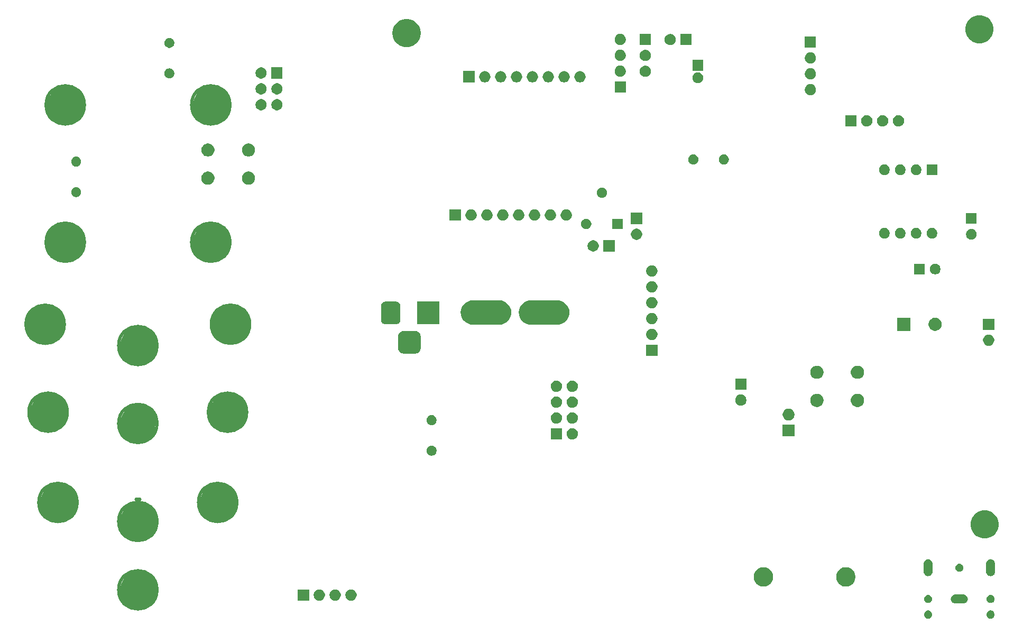
<source format=gbr>
G04 #@! TF.GenerationSoftware,KiCad,Pcbnew,(5.1.6)-1*
G04 #@! TF.CreationDate,2020-12-04T21:51:36-08:00*
G04 #@! TF.ProjectId,ReceiverCircuit,52656365-6976-4657-9243-697263756974,rev?*
G04 #@! TF.SameCoordinates,Original*
G04 #@! TF.FileFunction,Soldermask,Bot*
G04 #@! TF.FilePolarity,Negative*
%FSLAX46Y46*%
G04 Gerber Fmt 4.6, Leading zero omitted, Abs format (unit mm)*
G04 Created by KiCad (PCBNEW (5.1.6)-1) date 2020-12-04 21:51:36*
%MOMM*%
%LPD*%
G01*
G04 APERTURE LIST*
%ADD10C,0.500000*%
%ADD11C,0.100000*%
G04 APERTURE END LIST*
D10*
X67072594Y-134988460D02*
G75*
G03*
X67072594Y-134988460I-3077894J0D01*
G01*
D11*
G36*
X63984540Y-132123340D02*
G01*
X62861860Y-132293520D01*
X61972860Y-132778660D01*
X61444540Y-133731160D01*
X61127040Y-134513480D01*
X61149900Y-135445660D01*
X61403900Y-136334660D01*
X61952540Y-137053480D01*
X62587540Y-137497980D01*
X63456220Y-137815480D01*
X64238540Y-137899300D01*
X65084360Y-137708800D01*
X65719360Y-137391300D01*
X66311180Y-136819800D01*
X66671860Y-136080660D01*
X66839500Y-135298340D01*
X66946180Y-134429660D01*
X66268000Y-133119020D01*
X65572040Y-132547520D01*
X64683040Y-132143660D01*
X63941360Y-132103020D01*
X63984540Y-132123340D01*
G37*
X63984540Y-132123340D02*
X62861860Y-132293520D01*
X61972860Y-132778660D01*
X61444540Y-133731160D01*
X61127040Y-134513480D01*
X61149900Y-135445660D01*
X61403900Y-136334660D01*
X61952540Y-137053480D01*
X62587540Y-137497980D01*
X63456220Y-137815480D01*
X64238540Y-137899300D01*
X65084360Y-137708800D01*
X65719360Y-137391300D01*
X66311180Y-136819800D01*
X66671860Y-136080660D01*
X66839500Y-135298340D01*
X66946180Y-134429660D01*
X66268000Y-133119020D01*
X65572040Y-132547520D01*
X64683040Y-132143660D01*
X63941360Y-132103020D01*
X63984540Y-132123340D01*
G36*
X63984540Y-143077340D02*
G01*
X62861860Y-143247520D01*
X61972860Y-143732660D01*
X61444540Y-144685160D01*
X61127040Y-145467480D01*
X61149900Y-146399660D01*
X61403900Y-147288660D01*
X61952540Y-148007480D01*
X62587540Y-148451980D01*
X63456220Y-148769480D01*
X64238540Y-148853300D01*
X65084360Y-148662800D01*
X65719360Y-148345300D01*
X66311180Y-147773800D01*
X66671860Y-147034660D01*
X66839500Y-146252340D01*
X66946180Y-145383660D01*
X66268000Y-144073020D01*
X65572040Y-143501520D01*
X64683040Y-143097660D01*
X63941360Y-143057020D01*
X63984540Y-143077340D01*
G37*
X63984540Y-143077340D02*
X62861860Y-143247520D01*
X61972860Y-143732660D01*
X61444540Y-144685160D01*
X61127040Y-145467480D01*
X61149900Y-146399660D01*
X61403900Y-147288660D01*
X61952540Y-148007480D01*
X62587540Y-148451980D01*
X63456220Y-148769480D01*
X64238540Y-148853300D01*
X65084360Y-148662800D01*
X65719360Y-148345300D01*
X66311180Y-147773800D01*
X66671860Y-147034660D01*
X66839500Y-146252340D01*
X66946180Y-145383660D01*
X66268000Y-144073020D01*
X65572040Y-143501520D01*
X64683040Y-143097660D01*
X63941360Y-143057020D01*
X63984540Y-143077340D01*
D10*
X67072594Y-145942460D02*
G75*
G03*
X67072594Y-145942460I-3077894J0D01*
G01*
D11*
G36*
X78826740Y-100552340D02*
G01*
X77704060Y-100722520D01*
X76815060Y-101207660D01*
X76286740Y-102160160D01*
X75969240Y-102942480D01*
X75992100Y-103874660D01*
X76246100Y-104763660D01*
X76794740Y-105482480D01*
X77429740Y-105926980D01*
X78298420Y-106244480D01*
X79080740Y-106328300D01*
X79926560Y-106137800D01*
X80561560Y-105820300D01*
X81153380Y-105248800D01*
X81514060Y-104509660D01*
X81681700Y-103727340D01*
X81788380Y-102858660D01*
X81110200Y-101548020D01*
X80414240Y-100976520D01*
X79525240Y-100572660D01*
X78783560Y-100532020D01*
X78826740Y-100552340D01*
G37*
X78826740Y-100552340D02*
X77704060Y-100722520D01*
X76815060Y-101207660D01*
X76286740Y-102160160D01*
X75969240Y-102942480D01*
X75992100Y-103874660D01*
X76246100Y-104763660D01*
X76794740Y-105482480D01*
X77429740Y-105926980D01*
X78298420Y-106244480D01*
X79080740Y-106328300D01*
X79926560Y-106137800D01*
X80561560Y-105820300D01*
X81153380Y-105248800D01*
X81514060Y-104509660D01*
X81681700Y-103727340D01*
X81788380Y-102858660D01*
X81110200Y-101548020D01*
X80414240Y-100976520D01*
X79525240Y-100572660D01*
X78783560Y-100532020D01*
X78826740Y-100552340D01*
D10*
X81914794Y-103417460D02*
G75*
G03*
X81914794Y-103417460I-3077894J0D01*
G01*
D11*
G36*
X63984540Y-103962440D02*
G01*
X62861860Y-104132620D01*
X61972860Y-104617760D01*
X61444540Y-105570260D01*
X61127040Y-106352580D01*
X61149900Y-107284760D01*
X61403900Y-108173760D01*
X61952540Y-108892580D01*
X62587540Y-109337080D01*
X63456220Y-109654580D01*
X64238540Y-109738400D01*
X65084360Y-109547900D01*
X65719360Y-109230400D01*
X66311180Y-108658900D01*
X66671860Y-107919760D01*
X66839500Y-107137440D01*
X66946180Y-106268760D01*
X66268000Y-104958120D01*
X65572040Y-104386620D01*
X64683040Y-103982760D01*
X63941360Y-103942120D01*
X63984540Y-103962440D01*
G37*
X63984540Y-103962440D02*
X62861860Y-104132620D01*
X61972860Y-104617760D01*
X61444540Y-105570260D01*
X61127040Y-106352580D01*
X61149900Y-107284760D01*
X61403900Y-108173760D01*
X61952540Y-108892580D01*
X62587540Y-109337080D01*
X63456220Y-109654580D01*
X64238540Y-109738400D01*
X65084360Y-109547900D01*
X65719360Y-109230400D01*
X66311180Y-108658900D01*
X66671860Y-107919760D01*
X66839500Y-107137440D01*
X66946180Y-106268760D01*
X66268000Y-104958120D01*
X65572040Y-104386620D01*
X64683040Y-103982760D01*
X63941360Y-103942120D01*
X63984540Y-103962440D01*
D10*
X67072594Y-106827560D02*
G75*
G03*
X67072594Y-106827560I-3077894J0D01*
G01*
X52230794Y-103417460D02*
G75*
G03*
X52230794Y-103417460I-3077894J0D01*
G01*
D11*
G36*
X49142740Y-100552340D02*
G01*
X48020060Y-100722520D01*
X47131060Y-101207660D01*
X46602740Y-102160160D01*
X46285240Y-102942480D01*
X46308100Y-103874660D01*
X46562100Y-104763660D01*
X47110740Y-105482480D01*
X47745740Y-105926980D01*
X48614420Y-106244480D01*
X49396740Y-106328300D01*
X50242560Y-106137800D01*
X50877560Y-105820300D01*
X51469380Y-105248800D01*
X51830060Y-104509660D01*
X51997700Y-103727340D01*
X52104380Y-102858660D01*
X51426200Y-101548020D01*
X50730240Y-100976520D01*
X49841240Y-100572660D01*
X49099560Y-100532020D01*
X49142740Y-100552340D01*
G37*
X49142740Y-100552340D02*
X48020060Y-100722520D01*
X47131060Y-101207660D01*
X46602740Y-102160160D01*
X46285240Y-102942480D01*
X46308100Y-103874660D01*
X46562100Y-104763660D01*
X47110740Y-105482480D01*
X47745740Y-105926980D01*
X48614420Y-106244480D01*
X49396740Y-106328300D01*
X50242560Y-106137800D01*
X50877560Y-105820300D01*
X51469380Y-105248800D01*
X51830060Y-104509660D01*
X51997700Y-103727340D01*
X52104380Y-102858660D01*
X51426200Y-101548020D01*
X50730240Y-100976520D01*
X49841240Y-100572660D01*
X49099560Y-100532020D01*
X49142740Y-100552340D01*
G36*
X78352740Y-114636340D02*
G01*
X77230060Y-114806520D01*
X76341060Y-115291660D01*
X75812740Y-116244160D01*
X75495240Y-117026480D01*
X75518100Y-117958660D01*
X75772100Y-118847660D01*
X76320740Y-119566480D01*
X76955740Y-120010980D01*
X77824420Y-120328480D01*
X78606740Y-120412300D01*
X79452560Y-120221800D01*
X80087560Y-119904300D01*
X80679380Y-119332800D01*
X81040060Y-118593660D01*
X81207700Y-117811340D01*
X81314380Y-116942660D01*
X80636200Y-115632020D01*
X79940240Y-115060520D01*
X79051240Y-114656660D01*
X78309560Y-114616020D01*
X78352740Y-114636340D01*
G37*
X78352740Y-114636340D02*
X77230060Y-114806520D01*
X76341060Y-115291660D01*
X75812740Y-116244160D01*
X75495240Y-117026480D01*
X75518100Y-117958660D01*
X75772100Y-118847660D01*
X76320740Y-119566480D01*
X76955740Y-120010980D01*
X77824420Y-120328480D01*
X78606740Y-120412300D01*
X79452560Y-120221800D01*
X80087560Y-119904300D01*
X80679380Y-119332800D01*
X81040060Y-118593660D01*
X81207700Y-117811340D01*
X81314380Y-116942660D01*
X80636200Y-115632020D01*
X79940240Y-115060520D01*
X79051240Y-114656660D01*
X78309560Y-114616020D01*
X78352740Y-114636340D01*
D10*
X81440794Y-117501460D02*
G75*
G03*
X81440794Y-117501460I-3077894J0D01*
G01*
X67072594Y-119301460D02*
G75*
G03*
X67072594Y-119301460I-3077894J0D01*
G01*
D11*
G36*
X63984540Y-116436340D02*
G01*
X62861860Y-116606520D01*
X61972860Y-117091660D01*
X61444540Y-118044160D01*
X61127040Y-118826480D01*
X61149900Y-119758660D01*
X61403900Y-120647660D01*
X61952540Y-121366480D01*
X62587540Y-121810980D01*
X63456220Y-122128480D01*
X64238540Y-122212300D01*
X65084360Y-122021800D01*
X65719360Y-121704300D01*
X66311180Y-121132800D01*
X66671860Y-120393660D01*
X66839500Y-119611340D01*
X66946180Y-118742660D01*
X66268000Y-117432020D01*
X65572040Y-116860520D01*
X64683040Y-116456660D01*
X63941360Y-116416020D01*
X63984540Y-116436340D01*
G37*
X63984540Y-116436340D02*
X62861860Y-116606520D01*
X61972860Y-117091660D01*
X61444540Y-118044160D01*
X61127040Y-118826480D01*
X61149900Y-119758660D01*
X61403900Y-120647660D01*
X61952540Y-121366480D01*
X62587540Y-121810980D01*
X63456220Y-122128480D01*
X64238540Y-122212300D01*
X65084360Y-122021800D01*
X65719360Y-121704300D01*
X66311180Y-121132800D01*
X66671860Y-120393660D01*
X66839500Y-119611340D01*
X66946180Y-118742660D01*
X66268000Y-117432020D01*
X65572040Y-116860520D01*
X64683040Y-116456660D01*
X63941360Y-116416020D01*
X63984540Y-116436340D01*
G36*
X49615740Y-114636340D02*
G01*
X48493060Y-114806520D01*
X47604060Y-115291660D01*
X47075740Y-116244160D01*
X46758240Y-117026480D01*
X46781100Y-117958660D01*
X47035100Y-118847660D01*
X47583740Y-119566480D01*
X48218740Y-120010980D01*
X49087420Y-120328480D01*
X49869740Y-120412300D01*
X50715560Y-120221800D01*
X51350560Y-119904300D01*
X51942380Y-119332800D01*
X52303060Y-118593660D01*
X52470700Y-117811340D01*
X52577380Y-116942660D01*
X51899200Y-115632020D01*
X51203240Y-115060520D01*
X50314240Y-114656660D01*
X49572560Y-114616020D01*
X49615740Y-114636340D01*
G37*
X49615740Y-114636340D02*
X48493060Y-114806520D01*
X47604060Y-115291660D01*
X47075740Y-116244160D01*
X46758240Y-117026480D01*
X46781100Y-117958660D01*
X47035100Y-118847660D01*
X47583740Y-119566480D01*
X48218740Y-120010980D01*
X49087420Y-120328480D01*
X49869740Y-120412300D01*
X50715560Y-120221800D01*
X51350560Y-119904300D01*
X51942380Y-119332800D01*
X52303060Y-118593660D01*
X52470700Y-117811340D01*
X52577380Y-116942660D01*
X51899200Y-115632020D01*
X51203240Y-115060520D01*
X50314240Y-114656660D01*
X49572560Y-114616020D01*
X49615740Y-114636340D01*
D10*
X52703794Y-117501460D02*
G75*
G03*
X52703794Y-117501460I-3077894J0D01*
G01*
X79861794Y-131949460D02*
G75*
G03*
X79861794Y-131949460I-3077894J0D01*
G01*
D11*
G36*
X76773740Y-129084340D02*
G01*
X75651060Y-129254520D01*
X74762060Y-129739660D01*
X74233740Y-130692160D01*
X73916240Y-131474480D01*
X73939100Y-132406660D01*
X74193100Y-133295660D01*
X74741740Y-134014480D01*
X75376740Y-134458980D01*
X76245420Y-134776480D01*
X77027740Y-134860300D01*
X77873560Y-134669800D01*
X78508560Y-134352300D01*
X79100380Y-133780800D01*
X79461060Y-133041660D01*
X79628700Y-132259340D01*
X79735380Y-131390660D01*
X79057200Y-130080020D01*
X78361240Y-129508520D01*
X77472240Y-129104660D01*
X76730560Y-129064020D01*
X76773740Y-129084340D01*
G37*
X76773740Y-129084340D02*
X75651060Y-129254520D01*
X74762060Y-129739660D01*
X74233740Y-130692160D01*
X73916240Y-131474480D01*
X73939100Y-132406660D01*
X74193100Y-133295660D01*
X74741740Y-134014480D01*
X75376740Y-134458980D01*
X76245420Y-134776480D01*
X77027740Y-134860300D01*
X77873560Y-134669800D01*
X78508560Y-134352300D01*
X79100380Y-133780800D01*
X79461060Y-133041660D01*
X79628700Y-132259340D01*
X79735380Y-131390660D01*
X79057200Y-130080020D01*
X78361240Y-129508520D01*
X77472240Y-129104660D01*
X76730560Y-129064020D01*
X76773740Y-129084340D01*
D10*
X54282794Y-131949460D02*
G75*
G03*
X54282794Y-131949460I-3077894J0D01*
G01*
D11*
G36*
X51194740Y-129084340D02*
G01*
X50072060Y-129254520D01*
X49183060Y-129739660D01*
X48654740Y-130692160D01*
X48337240Y-131474480D01*
X48360100Y-132406660D01*
X48614100Y-133295660D01*
X49162740Y-134014480D01*
X49797740Y-134458980D01*
X50666420Y-134776480D01*
X51448740Y-134860300D01*
X52294560Y-134669800D01*
X52929560Y-134352300D01*
X53521380Y-133780800D01*
X53882060Y-133041660D01*
X54049700Y-132259340D01*
X54156380Y-131390660D01*
X53478200Y-130080020D01*
X52782240Y-129508520D01*
X51893240Y-129104660D01*
X51151560Y-129064020D01*
X51194740Y-129084340D01*
G37*
X51194740Y-129084340D02*
X50072060Y-129254520D01*
X49183060Y-129739660D01*
X48654740Y-130692160D01*
X48337240Y-131474480D01*
X48360100Y-132406660D01*
X48614100Y-133295660D01*
X49162740Y-134014480D01*
X49797740Y-134458980D01*
X50666420Y-134776480D01*
X51448740Y-134860300D01*
X52294560Y-134669800D01*
X52929560Y-134352300D01*
X53521380Y-133780800D01*
X53882060Y-133041660D01*
X54049700Y-132259340D01*
X54156380Y-131390660D01*
X53478200Y-130080020D01*
X52782240Y-129508520D01*
X51893240Y-129104660D01*
X51151560Y-129064020D01*
X51194740Y-129084340D01*
G36*
X75668740Y-65433340D02*
G01*
X74546060Y-65603520D01*
X73657060Y-66088660D01*
X73128740Y-67041160D01*
X72811240Y-67823480D01*
X72834100Y-68755660D01*
X73088100Y-69644660D01*
X73636740Y-70363480D01*
X74271740Y-70807980D01*
X75140420Y-71125480D01*
X75922740Y-71209300D01*
X76768560Y-71018800D01*
X77403560Y-70701300D01*
X77995380Y-70129800D01*
X78356060Y-69390660D01*
X78523700Y-68608340D01*
X78630380Y-67739660D01*
X77952200Y-66429020D01*
X77256240Y-65857520D01*
X76367240Y-65453660D01*
X75625560Y-65413020D01*
X75668740Y-65433340D01*
G37*
X75668740Y-65433340D02*
X74546060Y-65603520D01*
X73657060Y-66088660D01*
X73128740Y-67041160D01*
X72811240Y-67823480D01*
X72834100Y-68755660D01*
X73088100Y-69644660D01*
X73636740Y-70363480D01*
X74271740Y-70807980D01*
X75140420Y-71125480D01*
X75922740Y-71209300D01*
X76768560Y-71018800D01*
X77403560Y-70701300D01*
X77995380Y-70129800D01*
X78356060Y-69390660D01*
X78523700Y-68608340D01*
X78630380Y-67739660D01*
X77952200Y-66429020D01*
X77256240Y-65857520D01*
X76367240Y-65453660D01*
X75625560Y-65413020D01*
X75668740Y-65433340D01*
D10*
X78756794Y-68298460D02*
G75*
G03*
X78756794Y-68298460I-3077894J0D01*
G01*
X55450194Y-68298460D02*
G75*
G03*
X55450194Y-68298460I-3077894J0D01*
G01*
D11*
G36*
X52362140Y-65433340D02*
G01*
X51239460Y-65603520D01*
X50350460Y-66088660D01*
X49822140Y-67041160D01*
X49504640Y-67823480D01*
X49527500Y-68755660D01*
X49781500Y-69644660D01*
X50330140Y-70363480D01*
X50965140Y-70807980D01*
X51833820Y-71125480D01*
X52616140Y-71209300D01*
X53461960Y-71018800D01*
X54096960Y-70701300D01*
X54688780Y-70129800D01*
X55049460Y-69390660D01*
X55217100Y-68608340D01*
X55323780Y-67739660D01*
X54645600Y-66429020D01*
X53949640Y-65857520D01*
X53060640Y-65453660D01*
X52318960Y-65413020D01*
X52362140Y-65433340D01*
G37*
X52362140Y-65433340D02*
X51239460Y-65603520D01*
X50350460Y-66088660D01*
X49822140Y-67041160D01*
X49504640Y-67823480D01*
X49527500Y-68755660D01*
X49781500Y-69644660D01*
X50330140Y-70363480D01*
X50965140Y-70807980D01*
X51833820Y-71125480D01*
X52616140Y-71209300D01*
X53461960Y-71018800D01*
X54096960Y-70701300D01*
X54688780Y-70129800D01*
X55049460Y-69390660D01*
X55217100Y-68608340D01*
X55323780Y-67739660D01*
X54645600Y-66429020D01*
X53949640Y-65857520D01*
X53060640Y-65453660D01*
X52318960Y-65413020D01*
X52362140Y-65433340D01*
D10*
X78756794Y-90280160D02*
G75*
G03*
X78756794Y-90280160I-3077894J0D01*
G01*
D11*
G36*
X75668740Y-87415040D02*
G01*
X74546060Y-87585220D01*
X73657060Y-88070360D01*
X73128740Y-89022860D01*
X72811240Y-89805180D01*
X72834100Y-90737360D01*
X73088100Y-91626360D01*
X73636740Y-92345180D01*
X74271740Y-92789680D01*
X75140420Y-93107180D01*
X75922740Y-93191000D01*
X76768560Y-93000500D01*
X77403560Y-92683000D01*
X77995380Y-92111500D01*
X78356060Y-91372360D01*
X78523700Y-90590040D01*
X78630380Y-89721360D01*
X77952200Y-88410720D01*
X77256240Y-87839220D01*
X76367240Y-87435360D01*
X75625560Y-87394720D01*
X75668740Y-87415040D01*
G37*
X75668740Y-87415040D02*
X74546060Y-87585220D01*
X73657060Y-88070360D01*
X73128740Y-89022860D01*
X72811240Y-89805180D01*
X72834100Y-90737360D01*
X73088100Y-91626360D01*
X73636740Y-92345180D01*
X74271740Y-92789680D01*
X75140420Y-93107180D01*
X75922740Y-93191000D01*
X76768560Y-93000500D01*
X77403560Y-92683000D01*
X77995380Y-92111500D01*
X78356060Y-91372360D01*
X78523700Y-90590040D01*
X78630380Y-89721360D01*
X77952200Y-88410720D01*
X77256240Y-87839220D01*
X76367240Y-87435360D01*
X75625560Y-87394720D01*
X75668740Y-87415040D01*
D10*
X55450194Y-90280160D02*
G75*
G03*
X55450194Y-90280160I-3077894J0D01*
G01*
D11*
G36*
X52362140Y-87415040D02*
G01*
X51239460Y-87585220D01*
X50350460Y-88070360D01*
X49822140Y-89022860D01*
X49504640Y-89805180D01*
X49527500Y-90737360D01*
X49781500Y-91626360D01*
X50330140Y-92345180D01*
X50965140Y-92789680D01*
X51833820Y-93107180D01*
X52616140Y-93191000D01*
X53461960Y-93000500D01*
X54096960Y-92683000D01*
X54688780Y-92111500D01*
X55049460Y-91372360D01*
X55217100Y-90590040D01*
X55323780Y-89721360D01*
X54645600Y-88410720D01*
X53949640Y-87839220D01*
X53060640Y-87435360D01*
X52318960Y-87394720D01*
X52362140Y-87415040D01*
G37*
X52362140Y-87415040D02*
X51239460Y-87585220D01*
X50350460Y-88070360D01*
X49822140Y-89022860D01*
X49504640Y-89805180D01*
X49527500Y-90737360D01*
X49781500Y-91626360D01*
X50330140Y-92345180D01*
X50965140Y-92789680D01*
X51833820Y-93107180D01*
X52616140Y-93191000D01*
X53461960Y-93000500D01*
X54096960Y-92683000D01*
X54688780Y-92111500D01*
X55049460Y-91372360D01*
X55217100Y-90590040D01*
X55323780Y-89721360D01*
X54645600Y-88410720D01*
X53949640Y-87839220D01*
X53060640Y-87435360D01*
X52318960Y-87394720D01*
X52362140Y-87415040D01*
G36*
X200744490Y-149267677D02*
G01*
X200862964Y-149316751D01*
X200969588Y-149387995D01*
X201060265Y-149478672D01*
X201131509Y-149585296D01*
X201180583Y-149703770D01*
X201205600Y-149829542D01*
X201205600Y-149957778D01*
X201180583Y-150083550D01*
X201131509Y-150202024D01*
X201060265Y-150308648D01*
X200969588Y-150399325D01*
X200862964Y-150470569D01*
X200862963Y-150470570D01*
X200862962Y-150470570D01*
X200744490Y-150519643D01*
X200618719Y-150544660D01*
X200490481Y-150544660D01*
X200364710Y-150519643D01*
X200246238Y-150470570D01*
X200246237Y-150470570D01*
X200246236Y-150470569D01*
X200139612Y-150399325D01*
X200048935Y-150308648D01*
X199977691Y-150202024D01*
X199928617Y-150083550D01*
X199903600Y-149957778D01*
X199903600Y-149829542D01*
X199928617Y-149703770D01*
X199977691Y-149585296D01*
X200048935Y-149478672D01*
X200139612Y-149387995D01*
X200246236Y-149316751D01*
X200364710Y-149267677D01*
X200490481Y-149242660D01*
X200618719Y-149242660D01*
X200744490Y-149267677D01*
G37*
G36*
X190744490Y-149267677D02*
G01*
X190862964Y-149316751D01*
X190969588Y-149387995D01*
X191060265Y-149478672D01*
X191131509Y-149585296D01*
X191180583Y-149703770D01*
X191205600Y-149829542D01*
X191205600Y-149957778D01*
X191180583Y-150083550D01*
X191131509Y-150202024D01*
X191060265Y-150308648D01*
X190969588Y-150399325D01*
X190862964Y-150470569D01*
X190862963Y-150470570D01*
X190862962Y-150470570D01*
X190744490Y-150519643D01*
X190618719Y-150544660D01*
X190490481Y-150544660D01*
X190364710Y-150519643D01*
X190246238Y-150470570D01*
X190246237Y-150470570D01*
X190246236Y-150470569D01*
X190139612Y-150399325D01*
X190048935Y-150308648D01*
X189977691Y-150202024D01*
X189928617Y-150083550D01*
X189903600Y-149957778D01*
X189903600Y-149829542D01*
X189928617Y-149703770D01*
X189977691Y-149585296D01*
X190048935Y-149478672D01*
X190139612Y-149387995D01*
X190246236Y-149316751D01*
X190364710Y-149267677D01*
X190490481Y-149242660D01*
X190618719Y-149242660D01*
X190744490Y-149267677D01*
G37*
G36*
X196346805Y-146698860D02*
G01*
X196479697Y-146739173D01*
X196602171Y-146804637D01*
X196709523Y-146892737D01*
X196797623Y-147000089D01*
X196863087Y-147122563D01*
X196903400Y-147255455D01*
X196917011Y-147393660D01*
X196903400Y-147531865D01*
X196863087Y-147664757D01*
X196797623Y-147787231D01*
X196709523Y-147894583D01*
X196602171Y-147982683D01*
X196479697Y-148048147D01*
X196346805Y-148088460D01*
X196243236Y-148098660D01*
X194865964Y-148098660D01*
X194762395Y-148088460D01*
X194629503Y-148048147D01*
X194507029Y-147982683D01*
X194399677Y-147894583D01*
X194311577Y-147787231D01*
X194246113Y-147664757D01*
X194205800Y-147531865D01*
X194192189Y-147393660D01*
X194205800Y-147255455D01*
X194246113Y-147122563D01*
X194311577Y-147000089D01*
X194399677Y-146892737D01*
X194507029Y-146804637D01*
X194629503Y-146739173D01*
X194762395Y-146698860D01*
X194865964Y-146688660D01*
X196243236Y-146688660D01*
X196346805Y-146698860D01*
G37*
G36*
X190744490Y-146767677D02*
G01*
X190833719Y-146804637D01*
X190862964Y-146816751D01*
X190969588Y-146887995D01*
X191060265Y-146978672D01*
X191131510Y-147085298D01*
X191180583Y-147203770D01*
X191205600Y-147329541D01*
X191205600Y-147457779D01*
X191190864Y-147531864D01*
X191180583Y-147583550D01*
X191131509Y-147702024D01*
X191060265Y-147808648D01*
X190969588Y-147899325D01*
X190862964Y-147970569D01*
X190862963Y-147970570D01*
X190862962Y-147970570D01*
X190744490Y-148019643D01*
X190618719Y-148044660D01*
X190490481Y-148044660D01*
X190364710Y-148019643D01*
X190246238Y-147970570D01*
X190246237Y-147970570D01*
X190246236Y-147970569D01*
X190139612Y-147899325D01*
X190048935Y-147808648D01*
X189977691Y-147702024D01*
X189928617Y-147583550D01*
X189918336Y-147531864D01*
X189903600Y-147457779D01*
X189903600Y-147329541D01*
X189928617Y-147203770D01*
X189977690Y-147085298D01*
X190048935Y-146978672D01*
X190139612Y-146887995D01*
X190246236Y-146816751D01*
X190275482Y-146804637D01*
X190364710Y-146767677D01*
X190490481Y-146742660D01*
X190618719Y-146742660D01*
X190744490Y-146767677D01*
G37*
G36*
X200744490Y-146767677D02*
G01*
X200833719Y-146804637D01*
X200862964Y-146816751D01*
X200969588Y-146887995D01*
X201060265Y-146978672D01*
X201131510Y-147085298D01*
X201180583Y-147203770D01*
X201205600Y-147329541D01*
X201205600Y-147457779D01*
X201190864Y-147531864D01*
X201180583Y-147583550D01*
X201131509Y-147702024D01*
X201060265Y-147808648D01*
X200969588Y-147899325D01*
X200862964Y-147970569D01*
X200862963Y-147970570D01*
X200862962Y-147970570D01*
X200744490Y-148019643D01*
X200618719Y-148044660D01*
X200490481Y-148044660D01*
X200364710Y-148019643D01*
X200246238Y-147970570D01*
X200246237Y-147970570D01*
X200246236Y-147970569D01*
X200139612Y-147899325D01*
X200048935Y-147808648D01*
X199977691Y-147702024D01*
X199928617Y-147583550D01*
X199918336Y-147531864D01*
X199903600Y-147457779D01*
X199903600Y-147329541D01*
X199928617Y-147203770D01*
X199977690Y-147085298D01*
X200048935Y-146978672D01*
X200139612Y-146887995D01*
X200246236Y-146816751D01*
X200275482Y-146804637D01*
X200364710Y-146767677D01*
X200490481Y-146742660D01*
X200618719Y-146742660D01*
X200744490Y-146767677D01*
G37*
G36*
X98246412Y-145877827D02*
G01*
X98395712Y-145907524D01*
X98559684Y-145975444D01*
X98707254Y-146074047D01*
X98832753Y-146199546D01*
X98931356Y-146347116D01*
X98999276Y-146511088D01*
X99033900Y-146685159D01*
X99033900Y-146862641D01*
X98999276Y-147036712D01*
X98931356Y-147200684D01*
X98832753Y-147348254D01*
X98707254Y-147473753D01*
X98559684Y-147572356D01*
X98395712Y-147640276D01*
X98246412Y-147669973D01*
X98221642Y-147674900D01*
X98044158Y-147674900D01*
X98019388Y-147669973D01*
X97870088Y-147640276D01*
X97706116Y-147572356D01*
X97558546Y-147473753D01*
X97433047Y-147348254D01*
X97334444Y-147200684D01*
X97266524Y-147036712D01*
X97231900Y-146862641D01*
X97231900Y-146685159D01*
X97266524Y-146511088D01*
X97334444Y-146347116D01*
X97433047Y-146199546D01*
X97558546Y-146074047D01*
X97706116Y-145975444D01*
X97870088Y-145907524D01*
X98019388Y-145877827D01*
X98044158Y-145872900D01*
X98221642Y-145872900D01*
X98246412Y-145877827D01*
G37*
G36*
X95706412Y-145877827D02*
G01*
X95855712Y-145907524D01*
X96019684Y-145975444D01*
X96167254Y-146074047D01*
X96292753Y-146199546D01*
X96391356Y-146347116D01*
X96459276Y-146511088D01*
X96493900Y-146685159D01*
X96493900Y-146862641D01*
X96459276Y-147036712D01*
X96391356Y-147200684D01*
X96292753Y-147348254D01*
X96167254Y-147473753D01*
X96019684Y-147572356D01*
X95855712Y-147640276D01*
X95706412Y-147669973D01*
X95681642Y-147674900D01*
X95504158Y-147674900D01*
X95479388Y-147669973D01*
X95330088Y-147640276D01*
X95166116Y-147572356D01*
X95018546Y-147473753D01*
X94893047Y-147348254D01*
X94794444Y-147200684D01*
X94726524Y-147036712D01*
X94691900Y-146862641D01*
X94691900Y-146685159D01*
X94726524Y-146511088D01*
X94794444Y-146347116D01*
X94893047Y-146199546D01*
X95018546Y-146074047D01*
X95166116Y-145975444D01*
X95330088Y-145907524D01*
X95479388Y-145877827D01*
X95504158Y-145872900D01*
X95681642Y-145872900D01*
X95706412Y-145877827D01*
G37*
G36*
X93166412Y-145877827D02*
G01*
X93315712Y-145907524D01*
X93479684Y-145975444D01*
X93627254Y-146074047D01*
X93752753Y-146199546D01*
X93851356Y-146347116D01*
X93919276Y-146511088D01*
X93953900Y-146685159D01*
X93953900Y-146862641D01*
X93919276Y-147036712D01*
X93851356Y-147200684D01*
X93752753Y-147348254D01*
X93627254Y-147473753D01*
X93479684Y-147572356D01*
X93315712Y-147640276D01*
X93166412Y-147669973D01*
X93141642Y-147674900D01*
X92964158Y-147674900D01*
X92939388Y-147669973D01*
X92790088Y-147640276D01*
X92626116Y-147572356D01*
X92478546Y-147473753D01*
X92353047Y-147348254D01*
X92254444Y-147200684D01*
X92186524Y-147036712D01*
X92151900Y-146862641D01*
X92151900Y-146685159D01*
X92186524Y-146511088D01*
X92254444Y-146347116D01*
X92353047Y-146199546D01*
X92478546Y-146074047D01*
X92626116Y-145975444D01*
X92790088Y-145907524D01*
X92939388Y-145877827D01*
X92964158Y-145872900D01*
X93141642Y-145872900D01*
X93166412Y-145877827D01*
G37*
G36*
X91413900Y-147674900D02*
G01*
X89611900Y-147674900D01*
X89611900Y-145872900D01*
X91413900Y-145872900D01*
X91413900Y-147674900D01*
G37*
G36*
X177627773Y-142329541D02*
G01*
X177826770Y-142369124D01*
X178109034Y-142486041D01*
X178363065Y-142655779D01*
X178579101Y-142871815D01*
X178748839Y-143125846D01*
X178865756Y-143408110D01*
X178925360Y-143707760D01*
X178925360Y-144013280D01*
X178865756Y-144312930D01*
X178748839Y-144595194D01*
X178579101Y-144849225D01*
X178363065Y-145065261D01*
X178109034Y-145234999D01*
X177826770Y-145351916D01*
X177676945Y-145381718D01*
X177527121Y-145411520D01*
X177221599Y-145411520D01*
X177071775Y-145381718D01*
X176921950Y-145351916D01*
X176639686Y-145234999D01*
X176385655Y-145065261D01*
X176169619Y-144849225D01*
X175999881Y-144595194D01*
X175882964Y-144312930D01*
X175823360Y-144013280D01*
X175823360Y-143707760D01*
X175882964Y-143408110D01*
X175999881Y-143125846D01*
X176169619Y-142871815D01*
X176385655Y-142655779D01*
X176639686Y-142486041D01*
X176921950Y-142369124D01*
X177120947Y-142329541D01*
X177221599Y-142309520D01*
X177527121Y-142309520D01*
X177627773Y-142329541D01*
G37*
G36*
X164427773Y-142329541D02*
G01*
X164626770Y-142369124D01*
X164909034Y-142486041D01*
X165163065Y-142655779D01*
X165379101Y-142871815D01*
X165548839Y-143125846D01*
X165665756Y-143408110D01*
X165725360Y-143707760D01*
X165725360Y-144013280D01*
X165665756Y-144312930D01*
X165548839Y-144595194D01*
X165379101Y-144849225D01*
X165163065Y-145065261D01*
X164909034Y-145234999D01*
X164626770Y-145351916D01*
X164476945Y-145381718D01*
X164327121Y-145411520D01*
X164021599Y-145411520D01*
X163871775Y-145381718D01*
X163721950Y-145351916D01*
X163439686Y-145234999D01*
X163185655Y-145065261D01*
X162969619Y-144849225D01*
X162799881Y-144595194D01*
X162682964Y-144312930D01*
X162623360Y-144013280D01*
X162623360Y-143707760D01*
X162682964Y-143408110D01*
X162799881Y-143125846D01*
X162969619Y-142871815D01*
X163185655Y-142655779D01*
X163439686Y-142486041D01*
X163721950Y-142369124D01*
X163920947Y-142329541D01*
X164021599Y-142309520D01*
X164327121Y-142309520D01*
X164427773Y-142329541D01*
G37*
G36*
X190692804Y-141044860D02*
G01*
X190825696Y-141085173D01*
X190948170Y-141150637D01*
X191055523Y-141238738D01*
X191143623Y-141346089D01*
X191209087Y-141468563D01*
X191249400Y-141601455D01*
X191259600Y-141705024D01*
X191259600Y-143082296D01*
X191249400Y-143185865D01*
X191209087Y-143318757D01*
X191143623Y-143441231D01*
X191055523Y-143548583D01*
X190948171Y-143636683D01*
X190825697Y-143702147D01*
X190692805Y-143742460D01*
X190554600Y-143756071D01*
X190416396Y-143742460D01*
X190283504Y-143702147D01*
X190161030Y-143636683D01*
X190053678Y-143548583D01*
X189965578Y-143441231D01*
X189900114Y-143318757D01*
X189859801Y-143185865D01*
X189849601Y-143082296D01*
X189849600Y-141705025D01*
X189859800Y-141601456D01*
X189900113Y-141468564D01*
X189965577Y-141346090D01*
X190053678Y-141238737D01*
X190161029Y-141150637D01*
X190283503Y-141085173D01*
X190416395Y-141044860D01*
X190554600Y-141031249D01*
X190692804Y-141044860D01*
G37*
G36*
X200692804Y-141044860D02*
G01*
X200825696Y-141085173D01*
X200948170Y-141150637D01*
X201055523Y-141238738D01*
X201143623Y-141346089D01*
X201209087Y-141468563D01*
X201249400Y-141601455D01*
X201259600Y-141705024D01*
X201259600Y-143082296D01*
X201249400Y-143185865D01*
X201209087Y-143318757D01*
X201143623Y-143441231D01*
X201055523Y-143548583D01*
X200948171Y-143636683D01*
X200825697Y-143702147D01*
X200692805Y-143742460D01*
X200554600Y-143756071D01*
X200416396Y-143742460D01*
X200283504Y-143702147D01*
X200161030Y-143636683D01*
X200053678Y-143548583D01*
X199965578Y-143441231D01*
X199900114Y-143318757D01*
X199859801Y-143185865D01*
X199849601Y-143082296D01*
X199849600Y-141705025D01*
X199859800Y-141601456D01*
X199900113Y-141468564D01*
X199965577Y-141346090D01*
X200053678Y-141238737D01*
X200161029Y-141150637D01*
X200283503Y-141085173D01*
X200416395Y-141044860D01*
X200554600Y-141031249D01*
X200692804Y-141044860D01*
G37*
G36*
X195744490Y-141767677D02*
G01*
X195862964Y-141816751D01*
X195969588Y-141887995D01*
X196060265Y-141978672D01*
X196131510Y-142085298D01*
X196180583Y-142203770D01*
X196205600Y-142329541D01*
X196205600Y-142457779D01*
X196180583Y-142583550D01*
X196150665Y-142655779D01*
X196131509Y-142702024D01*
X196060265Y-142808648D01*
X195969588Y-142899325D01*
X195862964Y-142970569D01*
X195862963Y-142970570D01*
X195862962Y-142970570D01*
X195744490Y-143019643D01*
X195618719Y-143044660D01*
X195490481Y-143044660D01*
X195364710Y-143019643D01*
X195246238Y-142970570D01*
X195246237Y-142970570D01*
X195246236Y-142970569D01*
X195139612Y-142899325D01*
X195048935Y-142808648D01*
X194977691Y-142702024D01*
X194958536Y-142655779D01*
X194928617Y-142583550D01*
X194903600Y-142457779D01*
X194903600Y-142329541D01*
X194928617Y-142203770D01*
X194977690Y-142085298D01*
X195048935Y-141978672D01*
X195139612Y-141887995D01*
X195246236Y-141816751D01*
X195364710Y-141767677D01*
X195490481Y-141742660D01*
X195618719Y-141742660D01*
X195744490Y-141767677D01*
G37*
G36*
X199876700Y-133235756D02*
G01*
X200257413Y-133311484D01*
X200667069Y-133481169D01*
X201035749Y-133727514D01*
X201349286Y-134041051D01*
X201595631Y-134409731D01*
X201765316Y-134819387D01*
X201851820Y-135254276D01*
X201851820Y-135697684D01*
X201765316Y-136132573D01*
X201595631Y-136542229D01*
X201349286Y-136910909D01*
X201035749Y-137224446D01*
X200667069Y-137470791D01*
X200257413Y-137640476D01*
X199876700Y-137716204D01*
X199822525Y-137726980D01*
X199379115Y-137726980D01*
X199324940Y-137716204D01*
X198944227Y-137640476D01*
X198534571Y-137470791D01*
X198165891Y-137224446D01*
X197852354Y-136910909D01*
X197606009Y-136542229D01*
X197436324Y-136132573D01*
X197349820Y-135697684D01*
X197349820Y-135254276D01*
X197436324Y-134819387D01*
X197606009Y-134409731D01*
X197852354Y-134041051D01*
X198165891Y-133727514D01*
X198534571Y-133481169D01*
X198944227Y-133311484D01*
X199324940Y-133235756D01*
X199379115Y-133224980D01*
X199822525Y-133224980D01*
X199876700Y-133235756D01*
G37*
G36*
X64329104Y-131161215D02*
G01*
X64357475Y-131169821D01*
X64385845Y-131178427D01*
X64385847Y-131178428D01*
X64438131Y-131206374D01*
X64438132Y-131206375D01*
X64438136Y-131206377D01*
X64483969Y-131243991D01*
X64521583Y-131289824D01*
X64521585Y-131289828D01*
X64521586Y-131289829D01*
X64549532Y-131342113D01*
X64566745Y-131398856D01*
X64572556Y-131457860D01*
X64566745Y-131516864D01*
X64566744Y-131516866D01*
X64549533Y-131573605D01*
X64521583Y-131625896D01*
X64483969Y-131671729D01*
X64438136Y-131709343D01*
X64438132Y-131709345D01*
X64438131Y-131709346D01*
X64385847Y-131737292D01*
X64385845Y-131737293D01*
X64357475Y-131745899D01*
X64329104Y-131754505D01*
X64284886Y-131758860D01*
X63755314Y-131758860D01*
X63711096Y-131754505D01*
X63682725Y-131745899D01*
X63654355Y-131737293D01*
X63654353Y-131737292D01*
X63602069Y-131709346D01*
X63602068Y-131709345D01*
X63602064Y-131709343D01*
X63556231Y-131671729D01*
X63518617Y-131625896D01*
X63490667Y-131573605D01*
X63473456Y-131516866D01*
X63473455Y-131516864D01*
X63467644Y-131457860D01*
X63473455Y-131398856D01*
X63490668Y-131342113D01*
X63518614Y-131289829D01*
X63518615Y-131289828D01*
X63518617Y-131289824D01*
X63556231Y-131243991D01*
X63602064Y-131206377D01*
X63602068Y-131206375D01*
X63602069Y-131206374D01*
X63654353Y-131178428D01*
X63654355Y-131178427D01*
X63682725Y-131169821D01*
X63711096Y-131161215D01*
X63755314Y-131156860D01*
X64284886Y-131156860D01*
X64329104Y-131161215D01*
G37*
G36*
X111277362Y-122880181D02*
G01*
X111423134Y-122940562D01*
X111423136Y-122940563D01*
X111554328Y-123028222D01*
X111665898Y-123139792D01*
X111753557Y-123270984D01*
X111753558Y-123270986D01*
X111813939Y-123416758D01*
X111844720Y-123571507D01*
X111844720Y-123729293D01*
X111813939Y-123884042D01*
X111753558Y-124029814D01*
X111753557Y-124029816D01*
X111665898Y-124161008D01*
X111554328Y-124272578D01*
X111423136Y-124360237D01*
X111423135Y-124360238D01*
X111423134Y-124360238D01*
X111277362Y-124420619D01*
X111122613Y-124451400D01*
X110964827Y-124451400D01*
X110810078Y-124420619D01*
X110664306Y-124360238D01*
X110664305Y-124360238D01*
X110664304Y-124360237D01*
X110533112Y-124272578D01*
X110421542Y-124161008D01*
X110333883Y-124029816D01*
X110333882Y-124029814D01*
X110273501Y-123884042D01*
X110242720Y-123729293D01*
X110242720Y-123571507D01*
X110273501Y-123416758D01*
X110333882Y-123270986D01*
X110333883Y-123270984D01*
X110421542Y-123139792D01*
X110533112Y-123028222D01*
X110664304Y-122940563D01*
X110664306Y-122940562D01*
X110810078Y-122880181D01*
X110964827Y-122849400D01*
X111122613Y-122849400D01*
X111277362Y-122880181D01*
G37*
G36*
X133676872Y-120056187D02*
G01*
X133826172Y-120085884D01*
X133990144Y-120153804D01*
X134137714Y-120252407D01*
X134263213Y-120377906D01*
X134361816Y-120525476D01*
X134429736Y-120689448D01*
X134464360Y-120863519D01*
X134464360Y-121041001D01*
X134429736Y-121215072D01*
X134361816Y-121379044D01*
X134263213Y-121526614D01*
X134137714Y-121652113D01*
X133990144Y-121750716D01*
X133826172Y-121818636D01*
X133676872Y-121848333D01*
X133652102Y-121853260D01*
X133474618Y-121853260D01*
X133449848Y-121848333D01*
X133300548Y-121818636D01*
X133136576Y-121750716D01*
X132989006Y-121652113D01*
X132863507Y-121526614D01*
X132764904Y-121379044D01*
X132696984Y-121215072D01*
X132662360Y-121041001D01*
X132662360Y-120863519D01*
X132696984Y-120689448D01*
X132764904Y-120525476D01*
X132863507Y-120377906D01*
X132989006Y-120252407D01*
X133136576Y-120153804D01*
X133300548Y-120085884D01*
X133449848Y-120056187D01*
X133474618Y-120051260D01*
X133652102Y-120051260D01*
X133676872Y-120056187D01*
G37*
G36*
X131924360Y-121853260D02*
G01*
X130122360Y-121853260D01*
X130122360Y-120051260D01*
X131924360Y-120051260D01*
X131924360Y-121853260D01*
G37*
G36*
X169159960Y-121357160D02*
G01*
X167257960Y-121357160D01*
X167257960Y-119455160D01*
X169159960Y-119455160D01*
X169159960Y-121357160D01*
G37*
G36*
X111277362Y-118000181D02*
G01*
X111423134Y-118060562D01*
X111423136Y-118060563D01*
X111554328Y-118148222D01*
X111665898Y-118259792D01*
X111753557Y-118390984D01*
X111753558Y-118390986D01*
X111813939Y-118536758D01*
X111844720Y-118691507D01*
X111844720Y-118849293D01*
X111813939Y-119004042D01*
X111769174Y-119112113D01*
X111753557Y-119149816D01*
X111665898Y-119281008D01*
X111554328Y-119392578D01*
X111423136Y-119480237D01*
X111423135Y-119480238D01*
X111423134Y-119480238D01*
X111277362Y-119540619D01*
X111122613Y-119571400D01*
X110964827Y-119571400D01*
X110810078Y-119540619D01*
X110664306Y-119480238D01*
X110664305Y-119480238D01*
X110664304Y-119480237D01*
X110533112Y-119392578D01*
X110421542Y-119281008D01*
X110333883Y-119149816D01*
X110318266Y-119112113D01*
X110273501Y-119004042D01*
X110242720Y-118849293D01*
X110242720Y-118691507D01*
X110273501Y-118536758D01*
X110333882Y-118390986D01*
X110333883Y-118390984D01*
X110421542Y-118259792D01*
X110533112Y-118148222D01*
X110664304Y-118060563D01*
X110664306Y-118060562D01*
X110810078Y-118000181D01*
X110964827Y-117969400D01*
X111122613Y-117969400D01*
X111277362Y-118000181D01*
G37*
G36*
X133676872Y-117516187D02*
G01*
X133826172Y-117545884D01*
X133990144Y-117613804D01*
X134137714Y-117712407D01*
X134263213Y-117837906D01*
X134361816Y-117985476D01*
X134429736Y-118149448D01*
X134464360Y-118323519D01*
X134464360Y-118501001D01*
X134429736Y-118675072D01*
X134361816Y-118839044D01*
X134263213Y-118986614D01*
X134137714Y-119112113D01*
X133990144Y-119210716D01*
X133826172Y-119278636D01*
X133676872Y-119308333D01*
X133652102Y-119313260D01*
X133474618Y-119313260D01*
X133449848Y-119308333D01*
X133300548Y-119278636D01*
X133136576Y-119210716D01*
X132989006Y-119112113D01*
X132863507Y-118986614D01*
X132764904Y-118839044D01*
X132696984Y-118675072D01*
X132662360Y-118501001D01*
X132662360Y-118323519D01*
X132696984Y-118149448D01*
X132764904Y-117985476D01*
X132863507Y-117837906D01*
X132989006Y-117712407D01*
X133136576Y-117613804D01*
X133300548Y-117545884D01*
X133449848Y-117516187D01*
X133474618Y-117511260D01*
X133652102Y-117511260D01*
X133676872Y-117516187D01*
G37*
G36*
X131136872Y-117516187D02*
G01*
X131286172Y-117545884D01*
X131450144Y-117613804D01*
X131597714Y-117712407D01*
X131723213Y-117837906D01*
X131821816Y-117985476D01*
X131889736Y-118149448D01*
X131924360Y-118323519D01*
X131924360Y-118501001D01*
X131889736Y-118675072D01*
X131821816Y-118839044D01*
X131723213Y-118986614D01*
X131597714Y-119112113D01*
X131450144Y-119210716D01*
X131286172Y-119278636D01*
X131136872Y-119308333D01*
X131112102Y-119313260D01*
X130934618Y-119313260D01*
X130909848Y-119308333D01*
X130760548Y-119278636D01*
X130596576Y-119210716D01*
X130449006Y-119112113D01*
X130323507Y-118986614D01*
X130224904Y-118839044D01*
X130156984Y-118675072D01*
X130122360Y-118501001D01*
X130122360Y-118323519D01*
X130156984Y-118149448D01*
X130224904Y-117985476D01*
X130323507Y-117837906D01*
X130449006Y-117712407D01*
X130596576Y-117613804D01*
X130760548Y-117545884D01*
X130909848Y-117516187D01*
X130934618Y-117511260D01*
X131112102Y-117511260D01*
X131136872Y-117516187D01*
G37*
G36*
X168486355Y-116951706D02*
G01*
X168659426Y-117023394D01*
X168659427Y-117023395D01*
X168815187Y-117127470D01*
X168947650Y-117259933D01*
X168947651Y-117259935D01*
X169051726Y-117415694D01*
X169123414Y-117588765D01*
X169159960Y-117772493D01*
X169159960Y-117959827D01*
X169123414Y-118143555D01*
X169051726Y-118316626D01*
X169051725Y-118316627D01*
X168947650Y-118472387D01*
X168815187Y-118604850D01*
X168736778Y-118657241D01*
X168659426Y-118708926D01*
X168486355Y-118780614D01*
X168302627Y-118817160D01*
X168115293Y-118817160D01*
X167931565Y-118780614D01*
X167758494Y-118708926D01*
X167681142Y-118657241D01*
X167602733Y-118604850D01*
X167470270Y-118472387D01*
X167366195Y-118316627D01*
X167366194Y-118316626D01*
X167294506Y-118143555D01*
X167257960Y-117959827D01*
X167257960Y-117772493D01*
X167294506Y-117588765D01*
X167366194Y-117415694D01*
X167470269Y-117259935D01*
X167470270Y-117259933D01*
X167602733Y-117127470D01*
X167758493Y-117023395D01*
X167758494Y-117023394D01*
X167931565Y-116951706D01*
X168115293Y-116915160D01*
X168302627Y-116915160D01*
X168486355Y-116951706D01*
G37*
G36*
X131136872Y-114976187D02*
G01*
X131286172Y-115005884D01*
X131450144Y-115073804D01*
X131597714Y-115172407D01*
X131723213Y-115297906D01*
X131821816Y-115445476D01*
X131889736Y-115609448D01*
X131924360Y-115783519D01*
X131924360Y-115961001D01*
X131889736Y-116135072D01*
X131821816Y-116299044D01*
X131723213Y-116446614D01*
X131597714Y-116572113D01*
X131450144Y-116670716D01*
X131286172Y-116738636D01*
X131136872Y-116768333D01*
X131112102Y-116773260D01*
X130934618Y-116773260D01*
X130909848Y-116768333D01*
X130760548Y-116738636D01*
X130596576Y-116670716D01*
X130449006Y-116572113D01*
X130323507Y-116446614D01*
X130224904Y-116299044D01*
X130156984Y-116135072D01*
X130122360Y-115961001D01*
X130122360Y-115783519D01*
X130156984Y-115609448D01*
X130224904Y-115445476D01*
X130323507Y-115297906D01*
X130449006Y-115172407D01*
X130596576Y-115073804D01*
X130760548Y-115005884D01*
X130909848Y-114976187D01*
X130934618Y-114971260D01*
X131112102Y-114971260D01*
X131136872Y-114976187D01*
G37*
G36*
X133676872Y-114976187D02*
G01*
X133826172Y-115005884D01*
X133990144Y-115073804D01*
X134137714Y-115172407D01*
X134263213Y-115297906D01*
X134361816Y-115445476D01*
X134429736Y-115609448D01*
X134464360Y-115783519D01*
X134464360Y-115961001D01*
X134429736Y-116135072D01*
X134361816Y-116299044D01*
X134263213Y-116446614D01*
X134137714Y-116572113D01*
X133990144Y-116670716D01*
X133826172Y-116738636D01*
X133676872Y-116768333D01*
X133652102Y-116773260D01*
X133474618Y-116773260D01*
X133449848Y-116768333D01*
X133300548Y-116738636D01*
X133136576Y-116670716D01*
X132989006Y-116572113D01*
X132863507Y-116446614D01*
X132764904Y-116299044D01*
X132696984Y-116135072D01*
X132662360Y-115961001D01*
X132662360Y-115783519D01*
X132696984Y-115609448D01*
X132764904Y-115445476D01*
X132863507Y-115297906D01*
X132989006Y-115172407D01*
X133136576Y-115073804D01*
X133300548Y-115005884D01*
X133449848Y-114976187D01*
X133474618Y-114971260D01*
X133652102Y-114971260D01*
X133676872Y-114976187D01*
G37*
G36*
X179549424Y-114588989D02*
G01*
X179740693Y-114668215D01*
X179740695Y-114668216D01*
X179782284Y-114696005D01*
X179912833Y-114783235D01*
X180059225Y-114929627D01*
X180174245Y-115101767D01*
X180253471Y-115293036D01*
X180293860Y-115496084D01*
X180293860Y-115703116D01*
X180253471Y-115906164D01*
X180230756Y-115961002D01*
X180174244Y-116097435D01*
X180059225Y-116269573D01*
X179912833Y-116415965D01*
X179740695Y-116530984D01*
X179740694Y-116530985D01*
X179740693Y-116530985D01*
X179549424Y-116610211D01*
X179346376Y-116650600D01*
X179139344Y-116650600D01*
X178936296Y-116610211D01*
X178745027Y-116530985D01*
X178745026Y-116530985D01*
X178745025Y-116530984D01*
X178572887Y-116415965D01*
X178426495Y-116269573D01*
X178311476Y-116097435D01*
X178254964Y-115961002D01*
X178232249Y-115906164D01*
X178191860Y-115703116D01*
X178191860Y-115496084D01*
X178232249Y-115293036D01*
X178311475Y-115101767D01*
X178426495Y-114929627D01*
X178572887Y-114783235D01*
X178703436Y-114696005D01*
X178745025Y-114668216D01*
X178745027Y-114668215D01*
X178936296Y-114588989D01*
X179139344Y-114548600D01*
X179346376Y-114548600D01*
X179549424Y-114588989D01*
G37*
G36*
X173049424Y-114588989D02*
G01*
X173240693Y-114668215D01*
X173240695Y-114668216D01*
X173282284Y-114696005D01*
X173412833Y-114783235D01*
X173559225Y-114929627D01*
X173674245Y-115101767D01*
X173753471Y-115293036D01*
X173793860Y-115496084D01*
X173793860Y-115703116D01*
X173753471Y-115906164D01*
X173730756Y-115961002D01*
X173674244Y-116097435D01*
X173559225Y-116269573D01*
X173412833Y-116415965D01*
X173240695Y-116530984D01*
X173240694Y-116530985D01*
X173240693Y-116530985D01*
X173049424Y-116610211D01*
X172846376Y-116650600D01*
X172639344Y-116650600D01*
X172436296Y-116610211D01*
X172245027Y-116530985D01*
X172245026Y-116530985D01*
X172245025Y-116530984D01*
X172072887Y-116415965D01*
X171926495Y-116269573D01*
X171811476Y-116097435D01*
X171754964Y-115961002D01*
X171732249Y-115906164D01*
X171691860Y-115703116D01*
X171691860Y-115496084D01*
X171732249Y-115293036D01*
X171811475Y-115101767D01*
X171926495Y-114929627D01*
X172072887Y-114783235D01*
X172203436Y-114696005D01*
X172245025Y-114668216D01*
X172245027Y-114668215D01*
X172436296Y-114588989D01*
X172639344Y-114548600D01*
X172846376Y-114548600D01*
X173049424Y-114588989D01*
G37*
G36*
X160674532Y-114666307D02*
G01*
X160823832Y-114696004D01*
X160987804Y-114763924D01*
X161135374Y-114862527D01*
X161260873Y-114988026D01*
X161359476Y-115135596D01*
X161427396Y-115299568D01*
X161462020Y-115473639D01*
X161462020Y-115651121D01*
X161427396Y-115825192D01*
X161359476Y-115989164D01*
X161260873Y-116136734D01*
X161135374Y-116262233D01*
X160987804Y-116360836D01*
X160823832Y-116428756D01*
X160674532Y-116458453D01*
X160649762Y-116463380D01*
X160472278Y-116463380D01*
X160447508Y-116458453D01*
X160298208Y-116428756D01*
X160134236Y-116360836D01*
X159986666Y-116262233D01*
X159861167Y-116136734D01*
X159762564Y-115989164D01*
X159694644Y-115825192D01*
X159660020Y-115651121D01*
X159660020Y-115473639D01*
X159694644Y-115299568D01*
X159762564Y-115135596D01*
X159861167Y-114988026D01*
X159986666Y-114862527D01*
X160134236Y-114763924D01*
X160298208Y-114696004D01*
X160447508Y-114666307D01*
X160472278Y-114661380D01*
X160649762Y-114661380D01*
X160674532Y-114666307D01*
G37*
G36*
X131136872Y-112436187D02*
G01*
X131286172Y-112465884D01*
X131450144Y-112533804D01*
X131597714Y-112632407D01*
X131723213Y-112757906D01*
X131821816Y-112905476D01*
X131889736Y-113069448D01*
X131924360Y-113243519D01*
X131924360Y-113421001D01*
X131889736Y-113595072D01*
X131821816Y-113759044D01*
X131723213Y-113906614D01*
X131597714Y-114032113D01*
X131450144Y-114130716D01*
X131286172Y-114198636D01*
X131136872Y-114228333D01*
X131112102Y-114233260D01*
X130934618Y-114233260D01*
X130909848Y-114228333D01*
X130760548Y-114198636D01*
X130596576Y-114130716D01*
X130449006Y-114032113D01*
X130323507Y-113906614D01*
X130224904Y-113759044D01*
X130156984Y-113595072D01*
X130122360Y-113421001D01*
X130122360Y-113243519D01*
X130156984Y-113069448D01*
X130224904Y-112905476D01*
X130323507Y-112757906D01*
X130449006Y-112632407D01*
X130596576Y-112533804D01*
X130760548Y-112465884D01*
X130909848Y-112436187D01*
X130934618Y-112431260D01*
X131112102Y-112431260D01*
X131136872Y-112436187D01*
G37*
G36*
X133676872Y-112436187D02*
G01*
X133826172Y-112465884D01*
X133990144Y-112533804D01*
X134137714Y-112632407D01*
X134263213Y-112757906D01*
X134361816Y-112905476D01*
X134429736Y-113069448D01*
X134464360Y-113243519D01*
X134464360Y-113421001D01*
X134429736Y-113595072D01*
X134361816Y-113759044D01*
X134263213Y-113906614D01*
X134137714Y-114032113D01*
X133990144Y-114130716D01*
X133826172Y-114198636D01*
X133676872Y-114228333D01*
X133652102Y-114233260D01*
X133474618Y-114233260D01*
X133449848Y-114228333D01*
X133300548Y-114198636D01*
X133136576Y-114130716D01*
X132989006Y-114032113D01*
X132863507Y-113906614D01*
X132764904Y-113759044D01*
X132696984Y-113595072D01*
X132662360Y-113421001D01*
X132662360Y-113243519D01*
X132696984Y-113069448D01*
X132764904Y-112905476D01*
X132863507Y-112757906D01*
X132989006Y-112632407D01*
X133136576Y-112533804D01*
X133300548Y-112465884D01*
X133449848Y-112436187D01*
X133474618Y-112431260D01*
X133652102Y-112431260D01*
X133676872Y-112436187D01*
G37*
G36*
X161462020Y-113923380D02*
G01*
X159660020Y-113923380D01*
X159660020Y-112121380D01*
X161462020Y-112121380D01*
X161462020Y-113923380D01*
G37*
G36*
X179549424Y-110088989D02*
G01*
X179740693Y-110168215D01*
X179740695Y-110168216D01*
X179912833Y-110283235D01*
X180059225Y-110429627D01*
X180174245Y-110601767D01*
X180253471Y-110793036D01*
X180293860Y-110996084D01*
X180293860Y-111203116D01*
X180253471Y-111406164D01*
X180174245Y-111597433D01*
X180174244Y-111597435D01*
X180059225Y-111769573D01*
X179912833Y-111915965D01*
X179740695Y-112030984D01*
X179740694Y-112030985D01*
X179740693Y-112030985D01*
X179549424Y-112110211D01*
X179346376Y-112150600D01*
X179139344Y-112150600D01*
X178936296Y-112110211D01*
X178745027Y-112030985D01*
X178745026Y-112030985D01*
X178745025Y-112030984D01*
X178572887Y-111915965D01*
X178426495Y-111769573D01*
X178311476Y-111597435D01*
X178311475Y-111597433D01*
X178232249Y-111406164D01*
X178191860Y-111203116D01*
X178191860Y-110996084D01*
X178232249Y-110793036D01*
X178311475Y-110601767D01*
X178426495Y-110429627D01*
X178572887Y-110283235D01*
X178745025Y-110168216D01*
X178745027Y-110168215D01*
X178936296Y-110088989D01*
X179139344Y-110048600D01*
X179346376Y-110048600D01*
X179549424Y-110088989D01*
G37*
G36*
X173049424Y-110088989D02*
G01*
X173240693Y-110168215D01*
X173240695Y-110168216D01*
X173412833Y-110283235D01*
X173559225Y-110429627D01*
X173674245Y-110601767D01*
X173753471Y-110793036D01*
X173793860Y-110996084D01*
X173793860Y-111203116D01*
X173753471Y-111406164D01*
X173674245Y-111597433D01*
X173674244Y-111597435D01*
X173559225Y-111769573D01*
X173412833Y-111915965D01*
X173240695Y-112030984D01*
X173240694Y-112030985D01*
X173240693Y-112030985D01*
X173049424Y-112110211D01*
X172846376Y-112150600D01*
X172639344Y-112150600D01*
X172436296Y-112110211D01*
X172245027Y-112030985D01*
X172245026Y-112030985D01*
X172245025Y-112030984D01*
X172072887Y-111915965D01*
X171926495Y-111769573D01*
X171811476Y-111597435D01*
X171811475Y-111597433D01*
X171732249Y-111406164D01*
X171691860Y-111203116D01*
X171691860Y-110996084D01*
X171732249Y-110793036D01*
X171811475Y-110601767D01*
X171926495Y-110429627D01*
X172072887Y-110283235D01*
X172245025Y-110168216D01*
X172245027Y-110168215D01*
X172436296Y-110088989D01*
X172639344Y-110048600D01*
X172846376Y-110048600D01*
X173049424Y-110088989D01*
G37*
G36*
X147210080Y-108482700D02*
G01*
X145408080Y-108482700D01*
X145408080Y-106680700D01*
X147210080Y-106680700D01*
X147210080Y-108482700D01*
G37*
G36*
X108616366Y-104515695D02*
G01*
X108773460Y-104563349D01*
X108918231Y-104640731D01*
X109045128Y-104744872D01*
X109149269Y-104871769D01*
X109226651Y-105016540D01*
X109274305Y-105173634D01*
X109291000Y-105343140D01*
X109291000Y-107256860D01*
X109274305Y-107426366D01*
X109226651Y-107583460D01*
X109149269Y-107728231D01*
X109045128Y-107855128D01*
X108918231Y-107959269D01*
X108773460Y-108036651D01*
X108616366Y-108084305D01*
X108446860Y-108101000D01*
X106533140Y-108101000D01*
X106363634Y-108084305D01*
X106206540Y-108036651D01*
X106061769Y-107959269D01*
X105934872Y-107855128D01*
X105830731Y-107728231D01*
X105753349Y-107583460D01*
X105705695Y-107426366D01*
X105689000Y-107256860D01*
X105689000Y-105343140D01*
X105705695Y-105173634D01*
X105753349Y-105016540D01*
X105830731Y-104871769D01*
X105934872Y-104744872D01*
X106061769Y-104640731D01*
X106206540Y-104563349D01*
X106363634Y-104515695D01*
X106533140Y-104499000D01*
X108446860Y-104499000D01*
X108616366Y-104515695D01*
G37*
G36*
X200362032Y-105067647D02*
G01*
X200511332Y-105097344D01*
X200675304Y-105165264D01*
X200822874Y-105263867D01*
X200948373Y-105389366D01*
X201046976Y-105536936D01*
X201114896Y-105700908D01*
X201149520Y-105874979D01*
X201149520Y-106052461D01*
X201114896Y-106226532D01*
X201046976Y-106390504D01*
X200948373Y-106538074D01*
X200822874Y-106663573D01*
X200675304Y-106762176D01*
X200511332Y-106830096D01*
X200362032Y-106859793D01*
X200337262Y-106864720D01*
X200159778Y-106864720D01*
X200135008Y-106859793D01*
X199985708Y-106830096D01*
X199821736Y-106762176D01*
X199674166Y-106663573D01*
X199548667Y-106538074D01*
X199450064Y-106390504D01*
X199382144Y-106226532D01*
X199347520Y-106052461D01*
X199347520Y-105874979D01*
X199382144Y-105700908D01*
X199450064Y-105536936D01*
X199548667Y-105389366D01*
X199674166Y-105263867D01*
X199821736Y-105165264D01*
X199985708Y-105097344D01*
X200135008Y-105067647D01*
X200159778Y-105062720D01*
X200337262Y-105062720D01*
X200362032Y-105067647D01*
G37*
G36*
X146422592Y-104145627D02*
G01*
X146571892Y-104175324D01*
X146735864Y-104243244D01*
X146883434Y-104341847D01*
X147008933Y-104467346D01*
X147107536Y-104614916D01*
X147175456Y-104778888D01*
X147210080Y-104952959D01*
X147210080Y-105130441D01*
X147175456Y-105304512D01*
X147107536Y-105468484D01*
X147008933Y-105616054D01*
X146883434Y-105741553D01*
X146735864Y-105840156D01*
X146571892Y-105908076D01*
X146422592Y-105937773D01*
X146397822Y-105942700D01*
X146220338Y-105942700D01*
X146195568Y-105937773D01*
X146046268Y-105908076D01*
X145882296Y-105840156D01*
X145734726Y-105741553D01*
X145609227Y-105616054D01*
X145510624Y-105468484D01*
X145442704Y-105304512D01*
X145408080Y-105130441D01*
X145408080Y-104952959D01*
X145442704Y-104778888D01*
X145510624Y-104614916D01*
X145609227Y-104467346D01*
X145734726Y-104341847D01*
X145882296Y-104243244D01*
X146046268Y-104175324D01*
X146195568Y-104145627D01*
X146220338Y-104140700D01*
X146397822Y-104140700D01*
X146422592Y-104145627D01*
G37*
G36*
X191971164Y-102408029D02*
G01*
X192162433Y-102487255D01*
X192162435Y-102487256D01*
X192334573Y-102602275D01*
X192480965Y-102748667D01*
X192595580Y-102920200D01*
X192595985Y-102920807D01*
X192675211Y-103112076D01*
X192715600Y-103315124D01*
X192715600Y-103522156D01*
X192675211Y-103725204D01*
X192595985Y-103916473D01*
X192595984Y-103916475D01*
X192480965Y-104088613D01*
X192334573Y-104235005D01*
X192162435Y-104350024D01*
X192162434Y-104350025D01*
X192162433Y-104350025D01*
X191971164Y-104429251D01*
X191768116Y-104469640D01*
X191561084Y-104469640D01*
X191358036Y-104429251D01*
X191166767Y-104350025D01*
X191166766Y-104350025D01*
X191166765Y-104350024D01*
X190994627Y-104235005D01*
X190848235Y-104088613D01*
X190733216Y-103916475D01*
X190733215Y-103916473D01*
X190653989Y-103725204D01*
X190613600Y-103522156D01*
X190613600Y-103315124D01*
X190653989Y-103112076D01*
X190733215Y-102920807D01*
X190733621Y-102920200D01*
X190848235Y-102748667D01*
X190994627Y-102602275D01*
X191166765Y-102487256D01*
X191166767Y-102487255D01*
X191358036Y-102408029D01*
X191561084Y-102367640D01*
X191768116Y-102367640D01*
X191971164Y-102408029D01*
G37*
G36*
X187715600Y-104469640D02*
G01*
X185613600Y-104469640D01*
X185613600Y-102367640D01*
X187715600Y-102367640D01*
X187715600Y-104469640D01*
G37*
G36*
X201149520Y-104324720D02*
G01*
X199347520Y-104324720D01*
X199347520Y-102522720D01*
X201149520Y-102522720D01*
X201149520Y-104324720D01*
G37*
G36*
X122233303Y-99611189D02*
G01*
X122601068Y-99722750D01*
X122940002Y-99903914D01*
X123237080Y-100147720D01*
X123480886Y-100444798D01*
X123662050Y-100783732D01*
X123773611Y-101151497D01*
X123811280Y-101533960D01*
X123773611Y-101916423D01*
X123662050Y-102284188D01*
X123480886Y-102623122D01*
X123237080Y-102920200D01*
X122940002Y-103164006D01*
X122601068Y-103345170D01*
X122233303Y-103456731D01*
X121946687Y-103484960D01*
X117554993Y-103484960D01*
X117268377Y-103456731D01*
X116900612Y-103345170D01*
X116561678Y-103164006D01*
X116264600Y-102920200D01*
X116020794Y-102623122D01*
X115839630Y-102284188D01*
X115728069Y-101916423D01*
X115690400Y-101533960D01*
X115728069Y-101151497D01*
X115839630Y-100783732D01*
X116020794Y-100444798D01*
X116264600Y-100147720D01*
X116561678Y-99903914D01*
X116900612Y-99722750D01*
X117268377Y-99611189D01*
X117554993Y-99582960D01*
X121946687Y-99582960D01*
X122233303Y-99611189D01*
G37*
G36*
X131533303Y-99611189D02*
G01*
X131901068Y-99722750D01*
X132240002Y-99903914D01*
X132537080Y-100147720D01*
X132780886Y-100444798D01*
X132962050Y-100783732D01*
X133073611Y-101151497D01*
X133111280Y-101533960D01*
X133073611Y-101916423D01*
X132962050Y-102284188D01*
X132780886Y-102623122D01*
X132537080Y-102920200D01*
X132240002Y-103164006D01*
X131901068Y-103345170D01*
X131533303Y-103456731D01*
X131246687Y-103484960D01*
X126854993Y-103484960D01*
X126568377Y-103456731D01*
X126200612Y-103345170D01*
X125861678Y-103164006D01*
X125564600Y-102920200D01*
X125320794Y-102623122D01*
X125139630Y-102284188D01*
X125028069Y-101916423D01*
X124990400Y-101533960D01*
X125028069Y-101151497D01*
X125139630Y-100783732D01*
X125320794Y-100444798D01*
X125564600Y-100147720D01*
X125861678Y-99903914D01*
X126200612Y-99722750D01*
X126568377Y-99611189D01*
X126854993Y-99582960D01*
X131246687Y-99582960D01*
X131533303Y-99611189D01*
G37*
G36*
X146422592Y-101605627D02*
G01*
X146571892Y-101635324D01*
X146735864Y-101703244D01*
X146883434Y-101801847D01*
X147008933Y-101927346D01*
X147107536Y-102074916D01*
X147175456Y-102238888D01*
X147201066Y-102367640D01*
X147209100Y-102408029D01*
X147210080Y-102412959D01*
X147210080Y-102590441D01*
X147175456Y-102764512D01*
X147107536Y-102928484D01*
X147008933Y-103076054D01*
X146883434Y-103201553D01*
X146735864Y-103300156D01*
X146571892Y-103368076D01*
X146422592Y-103397773D01*
X146397822Y-103402700D01*
X146220338Y-103402700D01*
X146195568Y-103397773D01*
X146046268Y-103368076D01*
X145882296Y-103300156D01*
X145734726Y-103201553D01*
X145609227Y-103076054D01*
X145510624Y-102928484D01*
X145442704Y-102764512D01*
X145408080Y-102590441D01*
X145408080Y-102412959D01*
X145409061Y-102408029D01*
X145417094Y-102367640D01*
X145442704Y-102238888D01*
X145510624Y-102074916D01*
X145609227Y-101927346D01*
X145734726Y-101801847D01*
X145882296Y-101703244D01*
X146046268Y-101635324D01*
X146195568Y-101605627D01*
X146220338Y-101600700D01*
X146397822Y-101600700D01*
X146422592Y-101605627D01*
G37*
G36*
X112291000Y-103401000D02*
G01*
X108689000Y-103401000D01*
X108689000Y-99799000D01*
X112291000Y-99799000D01*
X112291000Y-103401000D01*
G37*
G36*
X105466979Y-99813293D02*
G01*
X105600625Y-99853834D01*
X105723784Y-99919664D01*
X105831740Y-100008260D01*
X105920336Y-100116216D01*
X105986166Y-100239375D01*
X106026707Y-100373021D01*
X106041000Y-100518140D01*
X106041000Y-102681860D01*
X106026707Y-102826979D01*
X105986166Y-102960625D01*
X105920336Y-103083784D01*
X105831740Y-103191740D01*
X105723784Y-103280336D01*
X105600625Y-103346166D01*
X105466979Y-103386707D01*
X105321860Y-103401000D01*
X103658140Y-103401000D01*
X103513021Y-103386707D01*
X103379375Y-103346166D01*
X103256216Y-103280336D01*
X103148260Y-103191740D01*
X103059664Y-103083784D01*
X102993834Y-102960625D01*
X102953293Y-102826979D01*
X102939000Y-102681860D01*
X102939000Y-100518140D01*
X102953293Y-100373021D01*
X102993834Y-100239375D01*
X103059664Y-100116216D01*
X103148260Y-100008260D01*
X103256216Y-99919664D01*
X103379375Y-99853834D01*
X103513021Y-99813293D01*
X103658140Y-99799000D01*
X105321860Y-99799000D01*
X105466979Y-99813293D01*
G37*
G36*
X146422592Y-99065627D02*
G01*
X146571892Y-99095324D01*
X146735864Y-99163244D01*
X146883434Y-99261847D01*
X147008933Y-99387346D01*
X147107536Y-99534916D01*
X147175456Y-99698888D01*
X147210080Y-99872959D01*
X147210080Y-100050441D01*
X147175456Y-100224512D01*
X147107536Y-100388484D01*
X147008933Y-100536054D01*
X146883434Y-100661553D01*
X146735864Y-100760156D01*
X146571892Y-100828076D01*
X146422592Y-100857773D01*
X146397822Y-100862700D01*
X146220338Y-100862700D01*
X146195568Y-100857773D01*
X146046268Y-100828076D01*
X145882296Y-100760156D01*
X145734726Y-100661553D01*
X145609227Y-100536054D01*
X145510624Y-100388484D01*
X145442704Y-100224512D01*
X145408080Y-100050441D01*
X145408080Y-99872959D01*
X145442704Y-99698888D01*
X145510624Y-99534916D01*
X145609227Y-99387346D01*
X145734726Y-99261847D01*
X145882296Y-99163244D01*
X146046268Y-99095324D01*
X146195568Y-99065627D01*
X146220338Y-99060700D01*
X146397822Y-99060700D01*
X146422592Y-99065627D01*
G37*
G36*
X146422592Y-96525627D02*
G01*
X146571892Y-96555324D01*
X146735864Y-96623244D01*
X146883434Y-96721847D01*
X147008933Y-96847346D01*
X147107536Y-96994916D01*
X147175456Y-97158888D01*
X147210080Y-97332959D01*
X147210080Y-97510441D01*
X147175456Y-97684512D01*
X147107536Y-97848484D01*
X147008933Y-97996054D01*
X146883434Y-98121553D01*
X146735864Y-98220156D01*
X146571892Y-98288076D01*
X146422592Y-98317773D01*
X146397822Y-98322700D01*
X146220338Y-98322700D01*
X146195568Y-98317773D01*
X146046268Y-98288076D01*
X145882296Y-98220156D01*
X145734726Y-98121553D01*
X145609227Y-97996054D01*
X145510624Y-97848484D01*
X145442704Y-97684512D01*
X145408080Y-97510441D01*
X145408080Y-97332959D01*
X145442704Y-97158888D01*
X145510624Y-96994916D01*
X145609227Y-96847346D01*
X145734726Y-96721847D01*
X145882296Y-96623244D01*
X146046268Y-96555324D01*
X146195568Y-96525627D01*
X146220338Y-96520700D01*
X146397822Y-96520700D01*
X146422592Y-96525627D01*
G37*
G36*
X146422592Y-93985627D02*
G01*
X146571892Y-94015324D01*
X146735864Y-94083244D01*
X146883434Y-94181847D01*
X147008933Y-94307346D01*
X147107536Y-94454916D01*
X147175456Y-94618888D01*
X147205153Y-94768188D01*
X147210080Y-94792958D01*
X147210080Y-94970442D01*
X147205153Y-94995212D01*
X147175456Y-95144512D01*
X147107536Y-95308484D01*
X147008933Y-95456054D01*
X146883434Y-95581553D01*
X146735864Y-95680156D01*
X146571892Y-95748076D01*
X146422592Y-95777773D01*
X146397822Y-95782700D01*
X146220338Y-95782700D01*
X146195568Y-95777773D01*
X146046268Y-95748076D01*
X145882296Y-95680156D01*
X145734726Y-95581553D01*
X145609227Y-95456054D01*
X145510624Y-95308484D01*
X145442704Y-95144512D01*
X145413007Y-94995212D01*
X145408080Y-94970442D01*
X145408080Y-94792958D01*
X145413007Y-94768188D01*
X145442704Y-94618888D01*
X145510624Y-94454916D01*
X145609227Y-94307346D01*
X145734726Y-94181847D01*
X145882296Y-94083244D01*
X146046268Y-94015324D01*
X146195568Y-93985627D01*
X146220338Y-93980700D01*
X146397822Y-93980700D01*
X146422592Y-93985627D01*
G37*
G36*
X191927428Y-93761143D02*
G01*
X192082300Y-93825293D01*
X192221681Y-93918425D01*
X192340215Y-94036959D01*
X192433347Y-94176340D01*
X192497497Y-94331212D01*
X192530200Y-94495624D01*
X192530200Y-94663256D01*
X192497497Y-94827668D01*
X192433347Y-94982540D01*
X192340215Y-95121921D01*
X192221681Y-95240455D01*
X192082300Y-95333587D01*
X191927428Y-95397737D01*
X191763016Y-95430440D01*
X191595384Y-95430440D01*
X191430972Y-95397737D01*
X191276100Y-95333587D01*
X191136719Y-95240455D01*
X191018185Y-95121921D01*
X190925053Y-94982540D01*
X190860903Y-94827668D01*
X190828200Y-94663256D01*
X190828200Y-94495624D01*
X190860903Y-94331212D01*
X190925053Y-94176340D01*
X191018185Y-94036959D01*
X191136719Y-93918425D01*
X191276100Y-93825293D01*
X191430972Y-93761143D01*
X191595384Y-93728440D01*
X191763016Y-93728440D01*
X191927428Y-93761143D01*
G37*
G36*
X190030200Y-95430440D02*
G01*
X188328200Y-95430440D01*
X188328200Y-93728440D01*
X190030200Y-93728440D01*
X190030200Y-95430440D01*
G37*
G36*
X137022052Y-89977507D02*
G01*
X137171352Y-90007204D01*
X137335324Y-90075124D01*
X137482894Y-90173727D01*
X137608393Y-90299226D01*
X137706996Y-90446796D01*
X137774916Y-90610768D01*
X137809540Y-90784839D01*
X137809540Y-90962321D01*
X137774916Y-91136392D01*
X137706996Y-91300364D01*
X137608393Y-91447934D01*
X137482894Y-91573433D01*
X137335324Y-91672036D01*
X137171352Y-91739956D01*
X137022052Y-91769653D01*
X136997282Y-91774580D01*
X136819798Y-91774580D01*
X136795028Y-91769653D01*
X136645728Y-91739956D01*
X136481756Y-91672036D01*
X136334186Y-91573433D01*
X136208687Y-91447934D01*
X136110084Y-91300364D01*
X136042164Y-91136392D01*
X136007540Y-90962321D01*
X136007540Y-90784839D01*
X136042164Y-90610768D01*
X136110084Y-90446796D01*
X136208687Y-90299226D01*
X136334186Y-90173727D01*
X136481756Y-90075124D01*
X136645728Y-90007204D01*
X136795028Y-89977507D01*
X136819798Y-89972580D01*
X136997282Y-89972580D01*
X137022052Y-89977507D01*
G37*
G36*
X140349540Y-91774580D02*
G01*
X138547540Y-91774580D01*
X138547540Y-89972580D01*
X140349540Y-89972580D01*
X140349540Y-91774580D01*
G37*
G36*
X143968952Y-88110607D02*
G01*
X144118252Y-88140304D01*
X144282224Y-88208224D01*
X144429794Y-88306827D01*
X144555293Y-88432326D01*
X144653896Y-88579896D01*
X144721816Y-88743868D01*
X144751513Y-88893168D01*
X144756032Y-88915885D01*
X144756440Y-88917939D01*
X144756440Y-89095421D01*
X144721816Y-89269492D01*
X144653896Y-89433464D01*
X144555293Y-89581034D01*
X144429794Y-89706533D01*
X144282224Y-89805136D01*
X144118252Y-89873056D01*
X143968952Y-89902753D01*
X143944182Y-89907680D01*
X143766698Y-89907680D01*
X143741928Y-89902753D01*
X143592628Y-89873056D01*
X143428656Y-89805136D01*
X143281086Y-89706533D01*
X143155587Y-89581034D01*
X143056984Y-89433464D01*
X142989064Y-89269492D01*
X142954440Y-89095421D01*
X142954440Y-88917939D01*
X142954849Y-88915885D01*
X142959367Y-88893168D01*
X142989064Y-88743868D01*
X143056984Y-88579896D01*
X143155587Y-88432326D01*
X143281086Y-88306827D01*
X143428656Y-88208224D01*
X143592628Y-88140304D01*
X143741928Y-88110607D01*
X143766698Y-88105680D01*
X143944182Y-88105680D01*
X143968952Y-88110607D01*
G37*
G36*
X197725608Y-88181403D02*
G01*
X197880480Y-88245553D01*
X198019861Y-88338685D01*
X198138395Y-88457219D01*
X198231527Y-88596600D01*
X198295677Y-88751472D01*
X198328380Y-88915884D01*
X198328380Y-89083516D01*
X198295677Y-89247928D01*
X198231527Y-89402800D01*
X198138395Y-89542181D01*
X198019861Y-89660715D01*
X197880480Y-89753847D01*
X197725608Y-89817997D01*
X197561196Y-89850700D01*
X197393564Y-89850700D01*
X197229152Y-89817997D01*
X197074280Y-89753847D01*
X196934899Y-89660715D01*
X196816365Y-89542181D01*
X196723233Y-89402800D01*
X196659083Y-89247928D01*
X196626380Y-89083516D01*
X196626380Y-88915884D01*
X196659083Y-88751472D01*
X196723233Y-88596600D01*
X196816365Y-88457219D01*
X196934899Y-88338685D01*
X197074280Y-88245553D01*
X197229152Y-88181403D01*
X197393564Y-88148700D01*
X197561196Y-88148700D01*
X197725608Y-88181403D01*
G37*
G36*
X191416248Y-88013123D02*
G01*
X191571120Y-88077273D01*
X191710501Y-88170405D01*
X191829035Y-88288939D01*
X191922167Y-88428320D01*
X191986317Y-88583192D01*
X192019020Y-88747604D01*
X192019020Y-88915236D01*
X191986317Y-89079648D01*
X191922167Y-89234520D01*
X191829035Y-89373901D01*
X191710501Y-89492435D01*
X191571120Y-89585567D01*
X191416248Y-89649717D01*
X191251836Y-89682420D01*
X191084204Y-89682420D01*
X190919792Y-89649717D01*
X190764920Y-89585567D01*
X190625539Y-89492435D01*
X190507005Y-89373901D01*
X190413873Y-89234520D01*
X190349723Y-89079648D01*
X190317020Y-88915236D01*
X190317020Y-88747604D01*
X190349723Y-88583192D01*
X190413873Y-88428320D01*
X190507005Y-88288939D01*
X190625539Y-88170405D01*
X190764920Y-88077273D01*
X190919792Y-88013123D01*
X191084204Y-87980420D01*
X191251836Y-87980420D01*
X191416248Y-88013123D01*
G37*
G36*
X188876248Y-88013123D02*
G01*
X189031120Y-88077273D01*
X189170501Y-88170405D01*
X189289035Y-88288939D01*
X189382167Y-88428320D01*
X189446317Y-88583192D01*
X189479020Y-88747604D01*
X189479020Y-88915236D01*
X189446317Y-89079648D01*
X189382167Y-89234520D01*
X189289035Y-89373901D01*
X189170501Y-89492435D01*
X189031120Y-89585567D01*
X188876248Y-89649717D01*
X188711836Y-89682420D01*
X188544204Y-89682420D01*
X188379792Y-89649717D01*
X188224920Y-89585567D01*
X188085539Y-89492435D01*
X187967005Y-89373901D01*
X187873873Y-89234520D01*
X187809723Y-89079648D01*
X187777020Y-88915236D01*
X187777020Y-88747604D01*
X187809723Y-88583192D01*
X187873873Y-88428320D01*
X187967005Y-88288939D01*
X188085539Y-88170405D01*
X188224920Y-88077273D01*
X188379792Y-88013123D01*
X188544204Y-87980420D01*
X188711836Y-87980420D01*
X188876248Y-88013123D01*
G37*
G36*
X186336248Y-88013123D02*
G01*
X186491120Y-88077273D01*
X186630501Y-88170405D01*
X186749035Y-88288939D01*
X186842167Y-88428320D01*
X186906317Y-88583192D01*
X186939020Y-88747604D01*
X186939020Y-88915236D01*
X186906317Y-89079648D01*
X186842167Y-89234520D01*
X186749035Y-89373901D01*
X186630501Y-89492435D01*
X186491120Y-89585567D01*
X186336248Y-89649717D01*
X186171836Y-89682420D01*
X186004204Y-89682420D01*
X185839792Y-89649717D01*
X185684920Y-89585567D01*
X185545539Y-89492435D01*
X185427005Y-89373901D01*
X185333873Y-89234520D01*
X185269723Y-89079648D01*
X185237020Y-88915236D01*
X185237020Y-88747604D01*
X185269723Y-88583192D01*
X185333873Y-88428320D01*
X185427005Y-88288939D01*
X185545539Y-88170405D01*
X185684920Y-88077273D01*
X185839792Y-88013123D01*
X186004204Y-87980420D01*
X186171836Y-87980420D01*
X186336248Y-88013123D01*
G37*
G36*
X183796248Y-88013123D02*
G01*
X183951120Y-88077273D01*
X184090501Y-88170405D01*
X184209035Y-88288939D01*
X184302167Y-88428320D01*
X184366317Y-88583192D01*
X184399020Y-88747604D01*
X184399020Y-88915236D01*
X184366317Y-89079648D01*
X184302167Y-89234520D01*
X184209035Y-89373901D01*
X184090501Y-89492435D01*
X183951120Y-89585567D01*
X183796248Y-89649717D01*
X183631836Y-89682420D01*
X183464204Y-89682420D01*
X183299792Y-89649717D01*
X183144920Y-89585567D01*
X183005539Y-89492435D01*
X182887005Y-89373901D01*
X182793873Y-89234520D01*
X182729723Y-89079648D01*
X182697020Y-88915236D01*
X182697020Y-88747604D01*
X182729723Y-88583192D01*
X182793873Y-88428320D01*
X182887005Y-88288939D01*
X183005539Y-88170405D01*
X183144920Y-88077273D01*
X183299792Y-88013123D01*
X183464204Y-87980420D01*
X183631836Y-87980420D01*
X183796248Y-88013123D01*
G37*
G36*
X136045835Y-86551262D02*
G01*
X136196158Y-86613528D01*
X136331445Y-86703924D01*
X136446496Y-86818975D01*
X136536892Y-86954262D01*
X136599158Y-87104585D01*
X136630900Y-87264166D01*
X136630900Y-87426874D01*
X136599158Y-87586455D01*
X136536892Y-87736778D01*
X136446496Y-87872065D01*
X136331445Y-87987116D01*
X136196158Y-88077512D01*
X136045835Y-88139778D01*
X135886254Y-88171520D01*
X135723546Y-88171520D01*
X135563965Y-88139778D01*
X135413642Y-88077512D01*
X135278355Y-87987116D01*
X135163304Y-87872065D01*
X135072908Y-87736778D01*
X135010642Y-87586455D01*
X134978900Y-87426874D01*
X134978900Y-87264166D01*
X135010642Y-87104585D01*
X135072908Y-86954262D01*
X135163304Y-86818975D01*
X135278355Y-86703924D01*
X135413642Y-86613528D01*
X135563965Y-86551262D01*
X135723546Y-86519520D01*
X135886254Y-86519520D01*
X136045835Y-86551262D01*
G37*
G36*
X141630900Y-88171520D02*
G01*
X139978900Y-88171520D01*
X139978900Y-86519520D01*
X141630900Y-86519520D01*
X141630900Y-88171520D01*
G37*
G36*
X144756440Y-87367680D02*
G01*
X142954440Y-87367680D01*
X142954440Y-85565680D01*
X144756440Y-85565680D01*
X144756440Y-87367680D01*
G37*
G36*
X198328380Y-87350700D02*
G01*
X196626380Y-87350700D01*
X196626380Y-85648700D01*
X198328380Y-85648700D01*
X198328380Y-87350700D01*
G37*
G36*
X120024372Y-85034667D02*
G01*
X120173672Y-85064364D01*
X120337644Y-85132284D01*
X120485214Y-85230887D01*
X120610713Y-85356386D01*
X120709316Y-85503956D01*
X120777236Y-85667928D01*
X120811860Y-85841999D01*
X120811860Y-86019481D01*
X120777236Y-86193552D01*
X120709316Y-86357524D01*
X120610713Y-86505094D01*
X120485214Y-86630593D01*
X120337644Y-86729196D01*
X120173672Y-86797116D01*
X120024372Y-86826813D01*
X119999602Y-86831740D01*
X119822118Y-86831740D01*
X119797348Y-86826813D01*
X119648048Y-86797116D01*
X119484076Y-86729196D01*
X119336506Y-86630593D01*
X119211007Y-86505094D01*
X119112404Y-86357524D01*
X119044484Y-86193552D01*
X119009860Y-86019481D01*
X119009860Y-85841999D01*
X119044484Y-85667928D01*
X119112404Y-85503956D01*
X119211007Y-85356386D01*
X119336506Y-85230887D01*
X119484076Y-85132284D01*
X119648048Y-85064364D01*
X119797348Y-85034667D01*
X119822118Y-85029740D01*
X119999602Y-85029740D01*
X120024372Y-85034667D01*
G37*
G36*
X117484372Y-85034667D02*
G01*
X117633672Y-85064364D01*
X117797644Y-85132284D01*
X117945214Y-85230887D01*
X118070713Y-85356386D01*
X118169316Y-85503956D01*
X118237236Y-85667928D01*
X118271860Y-85841999D01*
X118271860Y-86019481D01*
X118237236Y-86193552D01*
X118169316Y-86357524D01*
X118070713Y-86505094D01*
X117945214Y-86630593D01*
X117797644Y-86729196D01*
X117633672Y-86797116D01*
X117484372Y-86826813D01*
X117459602Y-86831740D01*
X117282118Y-86831740D01*
X117257348Y-86826813D01*
X117108048Y-86797116D01*
X116944076Y-86729196D01*
X116796506Y-86630593D01*
X116671007Y-86505094D01*
X116572404Y-86357524D01*
X116504484Y-86193552D01*
X116469860Y-86019481D01*
X116469860Y-85841999D01*
X116504484Y-85667928D01*
X116572404Y-85503956D01*
X116671007Y-85356386D01*
X116796506Y-85230887D01*
X116944076Y-85132284D01*
X117108048Y-85064364D01*
X117257348Y-85034667D01*
X117282118Y-85029740D01*
X117459602Y-85029740D01*
X117484372Y-85034667D01*
G37*
G36*
X115731860Y-86831740D02*
G01*
X113929860Y-86831740D01*
X113929860Y-85029740D01*
X115731860Y-85029740D01*
X115731860Y-86831740D01*
G37*
G36*
X132724372Y-85034667D02*
G01*
X132873672Y-85064364D01*
X133037644Y-85132284D01*
X133185214Y-85230887D01*
X133310713Y-85356386D01*
X133409316Y-85503956D01*
X133477236Y-85667928D01*
X133511860Y-85841999D01*
X133511860Y-86019481D01*
X133477236Y-86193552D01*
X133409316Y-86357524D01*
X133310713Y-86505094D01*
X133185214Y-86630593D01*
X133037644Y-86729196D01*
X132873672Y-86797116D01*
X132724372Y-86826813D01*
X132699602Y-86831740D01*
X132522118Y-86831740D01*
X132497348Y-86826813D01*
X132348048Y-86797116D01*
X132184076Y-86729196D01*
X132036506Y-86630593D01*
X131911007Y-86505094D01*
X131812404Y-86357524D01*
X131744484Y-86193552D01*
X131709860Y-86019481D01*
X131709860Y-85841999D01*
X131744484Y-85667928D01*
X131812404Y-85503956D01*
X131911007Y-85356386D01*
X132036506Y-85230887D01*
X132184076Y-85132284D01*
X132348048Y-85064364D01*
X132497348Y-85034667D01*
X132522118Y-85029740D01*
X132699602Y-85029740D01*
X132724372Y-85034667D01*
G37*
G36*
X130184372Y-85034667D02*
G01*
X130333672Y-85064364D01*
X130497644Y-85132284D01*
X130645214Y-85230887D01*
X130770713Y-85356386D01*
X130869316Y-85503956D01*
X130937236Y-85667928D01*
X130971860Y-85841999D01*
X130971860Y-86019481D01*
X130937236Y-86193552D01*
X130869316Y-86357524D01*
X130770713Y-86505094D01*
X130645214Y-86630593D01*
X130497644Y-86729196D01*
X130333672Y-86797116D01*
X130184372Y-86826813D01*
X130159602Y-86831740D01*
X129982118Y-86831740D01*
X129957348Y-86826813D01*
X129808048Y-86797116D01*
X129644076Y-86729196D01*
X129496506Y-86630593D01*
X129371007Y-86505094D01*
X129272404Y-86357524D01*
X129204484Y-86193552D01*
X129169860Y-86019481D01*
X129169860Y-85841999D01*
X129204484Y-85667928D01*
X129272404Y-85503956D01*
X129371007Y-85356386D01*
X129496506Y-85230887D01*
X129644076Y-85132284D01*
X129808048Y-85064364D01*
X129957348Y-85034667D01*
X129982118Y-85029740D01*
X130159602Y-85029740D01*
X130184372Y-85034667D01*
G37*
G36*
X127644372Y-85034667D02*
G01*
X127793672Y-85064364D01*
X127957644Y-85132284D01*
X128105214Y-85230887D01*
X128230713Y-85356386D01*
X128329316Y-85503956D01*
X128397236Y-85667928D01*
X128431860Y-85841999D01*
X128431860Y-86019481D01*
X128397236Y-86193552D01*
X128329316Y-86357524D01*
X128230713Y-86505094D01*
X128105214Y-86630593D01*
X127957644Y-86729196D01*
X127793672Y-86797116D01*
X127644372Y-86826813D01*
X127619602Y-86831740D01*
X127442118Y-86831740D01*
X127417348Y-86826813D01*
X127268048Y-86797116D01*
X127104076Y-86729196D01*
X126956506Y-86630593D01*
X126831007Y-86505094D01*
X126732404Y-86357524D01*
X126664484Y-86193552D01*
X126629860Y-86019481D01*
X126629860Y-85841999D01*
X126664484Y-85667928D01*
X126732404Y-85503956D01*
X126831007Y-85356386D01*
X126956506Y-85230887D01*
X127104076Y-85132284D01*
X127268048Y-85064364D01*
X127417348Y-85034667D01*
X127442118Y-85029740D01*
X127619602Y-85029740D01*
X127644372Y-85034667D01*
G37*
G36*
X125104372Y-85034667D02*
G01*
X125253672Y-85064364D01*
X125417644Y-85132284D01*
X125565214Y-85230887D01*
X125690713Y-85356386D01*
X125789316Y-85503956D01*
X125857236Y-85667928D01*
X125891860Y-85841999D01*
X125891860Y-86019481D01*
X125857236Y-86193552D01*
X125789316Y-86357524D01*
X125690713Y-86505094D01*
X125565214Y-86630593D01*
X125417644Y-86729196D01*
X125253672Y-86797116D01*
X125104372Y-86826813D01*
X125079602Y-86831740D01*
X124902118Y-86831740D01*
X124877348Y-86826813D01*
X124728048Y-86797116D01*
X124564076Y-86729196D01*
X124416506Y-86630593D01*
X124291007Y-86505094D01*
X124192404Y-86357524D01*
X124124484Y-86193552D01*
X124089860Y-86019481D01*
X124089860Y-85841999D01*
X124124484Y-85667928D01*
X124192404Y-85503956D01*
X124291007Y-85356386D01*
X124416506Y-85230887D01*
X124564076Y-85132284D01*
X124728048Y-85064364D01*
X124877348Y-85034667D01*
X124902118Y-85029740D01*
X125079602Y-85029740D01*
X125104372Y-85034667D01*
G37*
G36*
X122564372Y-85034667D02*
G01*
X122713672Y-85064364D01*
X122877644Y-85132284D01*
X123025214Y-85230887D01*
X123150713Y-85356386D01*
X123249316Y-85503956D01*
X123317236Y-85667928D01*
X123351860Y-85841999D01*
X123351860Y-86019481D01*
X123317236Y-86193552D01*
X123249316Y-86357524D01*
X123150713Y-86505094D01*
X123025214Y-86630593D01*
X122877644Y-86729196D01*
X122713672Y-86797116D01*
X122564372Y-86826813D01*
X122539602Y-86831740D01*
X122362118Y-86831740D01*
X122337348Y-86826813D01*
X122188048Y-86797116D01*
X122024076Y-86729196D01*
X121876506Y-86630593D01*
X121751007Y-86505094D01*
X121652404Y-86357524D01*
X121584484Y-86193552D01*
X121549860Y-86019481D01*
X121549860Y-85841999D01*
X121584484Y-85667928D01*
X121652404Y-85503956D01*
X121751007Y-85356386D01*
X121876506Y-85230887D01*
X122024076Y-85132284D01*
X122188048Y-85064364D01*
X122337348Y-85034667D01*
X122362118Y-85029740D01*
X122539602Y-85029740D01*
X122564372Y-85034667D01*
G37*
G36*
X138545835Y-81551262D02*
G01*
X138696158Y-81613528D01*
X138831445Y-81703924D01*
X138946496Y-81818975D01*
X139036892Y-81954262D01*
X139099158Y-82104585D01*
X139130900Y-82264166D01*
X139130900Y-82426874D01*
X139099158Y-82586455D01*
X139036892Y-82736778D01*
X138946496Y-82872065D01*
X138831445Y-82987116D01*
X138696158Y-83077512D01*
X138545835Y-83139778D01*
X138386254Y-83171520D01*
X138223546Y-83171520D01*
X138063965Y-83139778D01*
X137913642Y-83077512D01*
X137778355Y-82987116D01*
X137663304Y-82872065D01*
X137572908Y-82736778D01*
X137510642Y-82586455D01*
X137478900Y-82426874D01*
X137478900Y-82264166D01*
X137510642Y-82104585D01*
X137572908Y-81954262D01*
X137663304Y-81818975D01*
X137778355Y-81703924D01*
X137913642Y-81613528D01*
X138063965Y-81551262D01*
X138223546Y-81519520D01*
X138386254Y-81519520D01*
X138545835Y-81551262D01*
G37*
G36*
X54348342Y-81478181D02*
G01*
X54494114Y-81538562D01*
X54494116Y-81538563D01*
X54625308Y-81626222D01*
X54736878Y-81737792D01*
X54824537Y-81868984D01*
X54824538Y-81868986D01*
X54884919Y-82014758D01*
X54915700Y-82169507D01*
X54915700Y-82327293D01*
X54884919Y-82482042D01*
X54824538Y-82627814D01*
X54824537Y-82627816D01*
X54736878Y-82759008D01*
X54625308Y-82870578D01*
X54494116Y-82958237D01*
X54494115Y-82958238D01*
X54494114Y-82958238D01*
X54348342Y-83018619D01*
X54193593Y-83049400D01*
X54035807Y-83049400D01*
X53881058Y-83018619D01*
X53735286Y-82958238D01*
X53735285Y-82958238D01*
X53735284Y-82958237D01*
X53604092Y-82870578D01*
X53492522Y-82759008D01*
X53404863Y-82627816D01*
X53404862Y-82627814D01*
X53344481Y-82482042D01*
X53313700Y-82327293D01*
X53313700Y-82169507D01*
X53344481Y-82014758D01*
X53404862Y-81868986D01*
X53404863Y-81868984D01*
X53492522Y-81737792D01*
X53604092Y-81626222D01*
X53735284Y-81538563D01*
X53735286Y-81538562D01*
X53881058Y-81478181D01*
X54035807Y-81447400D01*
X54193593Y-81447400D01*
X54348342Y-81478181D01*
G37*
G36*
X82015964Y-78990889D02*
G01*
X82207233Y-79070115D01*
X82207235Y-79070116D01*
X82379373Y-79185135D01*
X82525765Y-79331527D01*
X82588601Y-79425567D01*
X82640785Y-79503667D01*
X82720011Y-79694936D01*
X82760400Y-79897984D01*
X82760400Y-80105016D01*
X82720011Y-80308064D01*
X82640785Y-80499333D01*
X82640784Y-80499335D01*
X82525765Y-80671473D01*
X82379373Y-80817865D01*
X82207235Y-80932884D01*
X82207234Y-80932885D01*
X82207233Y-80932885D01*
X82015964Y-81012111D01*
X81812916Y-81052500D01*
X81605884Y-81052500D01*
X81402836Y-81012111D01*
X81211567Y-80932885D01*
X81211566Y-80932885D01*
X81211565Y-80932884D01*
X81039427Y-80817865D01*
X80893035Y-80671473D01*
X80778016Y-80499335D01*
X80778015Y-80499333D01*
X80698789Y-80308064D01*
X80658400Y-80105016D01*
X80658400Y-79897984D01*
X80698789Y-79694936D01*
X80778015Y-79503667D01*
X80830200Y-79425567D01*
X80893035Y-79331527D01*
X81039427Y-79185135D01*
X81211565Y-79070116D01*
X81211567Y-79070115D01*
X81402836Y-78990889D01*
X81605884Y-78950500D01*
X81812916Y-78950500D01*
X82015964Y-78990889D01*
G37*
G36*
X75515964Y-78990889D02*
G01*
X75707233Y-79070115D01*
X75707235Y-79070116D01*
X75879373Y-79185135D01*
X76025765Y-79331527D01*
X76088601Y-79425567D01*
X76140785Y-79503667D01*
X76220011Y-79694936D01*
X76260400Y-79897984D01*
X76260400Y-80105016D01*
X76220011Y-80308064D01*
X76140785Y-80499333D01*
X76140784Y-80499335D01*
X76025765Y-80671473D01*
X75879373Y-80817865D01*
X75707235Y-80932884D01*
X75707234Y-80932885D01*
X75707233Y-80932885D01*
X75515964Y-81012111D01*
X75312916Y-81052500D01*
X75105884Y-81052500D01*
X74902836Y-81012111D01*
X74711567Y-80932885D01*
X74711566Y-80932885D01*
X74711565Y-80932884D01*
X74539427Y-80817865D01*
X74393035Y-80671473D01*
X74278016Y-80499335D01*
X74278015Y-80499333D01*
X74198789Y-80308064D01*
X74158400Y-80105016D01*
X74158400Y-79897984D01*
X74198789Y-79694936D01*
X74278015Y-79503667D01*
X74330200Y-79425567D01*
X74393035Y-79331527D01*
X74539427Y-79185135D01*
X74711565Y-79070116D01*
X74711567Y-79070115D01*
X74902836Y-78990889D01*
X75105884Y-78950500D01*
X75312916Y-78950500D01*
X75515964Y-78990889D01*
G37*
G36*
X186336248Y-77853123D02*
G01*
X186491120Y-77917273D01*
X186630501Y-78010405D01*
X186749035Y-78128939D01*
X186842167Y-78268320D01*
X186906317Y-78423192D01*
X186939020Y-78587604D01*
X186939020Y-78755236D01*
X186906317Y-78919648D01*
X186842167Y-79074520D01*
X186749035Y-79213901D01*
X186630501Y-79332435D01*
X186491120Y-79425567D01*
X186336248Y-79489717D01*
X186171836Y-79522420D01*
X186004204Y-79522420D01*
X185839792Y-79489717D01*
X185684920Y-79425567D01*
X185545539Y-79332435D01*
X185427005Y-79213901D01*
X185333873Y-79074520D01*
X185269723Y-78919648D01*
X185237020Y-78755236D01*
X185237020Y-78587604D01*
X185269723Y-78423192D01*
X185333873Y-78268320D01*
X185427005Y-78128939D01*
X185545539Y-78010405D01*
X185684920Y-77917273D01*
X185839792Y-77853123D01*
X186004204Y-77820420D01*
X186171836Y-77820420D01*
X186336248Y-77853123D01*
G37*
G36*
X192019020Y-79522420D02*
G01*
X190317020Y-79522420D01*
X190317020Y-77820420D01*
X192019020Y-77820420D01*
X192019020Y-79522420D01*
G37*
G36*
X188876248Y-77853123D02*
G01*
X189031120Y-77917273D01*
X189170501Y-78010405D01*
X189289035Y-78128939D01*
X189382167Y-78268320D01*
X189446317Y-78423192D01*
X189479020Y-78587604D01*
X189479020Y-78755236D01*
X189446317Y-78919648D01*
X189382167Y-79074520D01*
X189289035Y-79213901D01*
X189170501Y-79332435D01*
X189031120Y-79425567D01*
X188876248Y-79489717D01*
X188711836Y-79522420D01*
X188544204Y-79522420D01*
X188379792Y-79489717D01*
X188224920Y-79425567D01*
X188085539Y-79332435D01*
X187967005Y-79213901D01*
X187873873Y-79074520D01*
X187809723Y-78919648D01*
X187777020Y-78755236D01*
X187777020Y-78587604D01*
X187809723Y-78423192D01*
X187873873Y-78268320D01*
X187967005Y-78128939D01*
X188085539Y-78010405D01*
X188224920Y-77917273D01*
X188379792Y-77853123D01*
X188544204Y-77820420D01*
X188711836Y-77820420D01*
X188876248Y-77853123D01*
G37*
G36*
X183796248Y-77853123D02*
G01*
X183951120Y-77917273D01*
X184090501Y-78010405D01*
X184209035Y-78128939D01*
X184302167Y-78268320D01*
X184366317Y-78423192D01*
X184399020Y-78587604D01*
X184399020Y-78755236D01*
X184366317Y-78919648D01*
X184302167Y-79074520D01*
X184209035Y-79213901D01*
X184090501Y-79332435D01*
X183951120Y-79425567D01*
X183796248Y-79489717D01*
X183631836Y-79522420D01*
X183464204Y-79522420D01*
X183299792Y-79489717D01*
X183144920Y-79425567D01*
X183005539Y-79332435D01*
X182887005Y-79213901D01*
X182793873Y-79074520D01*
X182729723Y-78919648D01*
X182697020Y-78755236D01*
X182697020Y-78587604D01*
X182729723Y-78423192D01*
X182793873Y-78268320D01*
X182887005Y-78128939D01*
X183005539Y-78010405D01*
X183144920Y-77917273D01*
X183299792Y-77853123D01*
X183464204Y-77820420D01*
X183631836Y-77820420D01*
X183796248Y-77853123D01*
G37*
G36*
X54348342Y-76598181D02*
G01*
X54470126Y-76648626D01*
X54494116Y-76658563D01*
X54625308Y-76746222D01*
X54736878Y-76857792D01*
X54824537Y-76988984D01*
X54824538Y-76988986D01*
X54884919Y-77134758D01*
X54915700Y-77289507D01*
X54915700Y-77447293D01*
X54884919Y-77602042D01*
X54824538Y-77747814D01*
X54824537Y-77747816D01*
X54736878Y-77879008D01*
X54625308Y-77990578D01*
X54494116Y-78078237D01*
X54494115Y-78078238D01*
X54494114Y-78078238D01*
X54348342Y-78138619D01*
X54193593Y-78169400D01*
X54035807Y-78169400D01*
X53881058Y-78138619D01*
X53735286Y-78078238D01*
X53735285Y-78078238D01*
X53735284Y-78078237D01*
X53604092Y-77990578D01*
X53492522Y-77879008D01*
X53404863Y-77747816D01*
X53404862Y-77747814D01*
X53344481Y-77602042D01*
X53313700Y-77447293D01*
X53313700Y-77289507D01*
X53344481Y-77134758D01*
X53404862Y-76988986D01*
X53404863Y-76988984D01*
X53492522Y-76857792D01*
X53604092Y-76746222D01*
X53735284Y-76658563D01*
X53759274Y-76648626D01*
X53881058Y-76598181D01*
X54035807Y-76567400D01*
X54193593Y-76567400D01*
X54348342Y-76598181D01*
G37*
G36*
X158069242Y-76257821D02*
G01*
X158214200Y-76317865D01*
X158215016Y-76318203D01*
X158346208Y-76405862D01*
X158457778Y-76517432D01*
X158491165Y-76567400D01*
X158545438Y-76648626D01*
X158605819Y-76794398D01*
X158636600Y-76949147D01*
X158636600Y-77106933D01*
X158605819Y-77261682D01*
X158594293Y-77289507D01*
X158545437Y-77407456D01*
X158457778Y-77538648D01*
X158346208Y-77650218D01*
X158215016Y-77737877D01*
X158215015Y-77737878D01*
X158215014Y-77737878D01*
X158069242Y-77798259D01*
X157914493Y-77829040D01*
X157756707Y-77829040D01*
X157601958Y-77798259D01*
X157456186Y-77737878D01*
X157456185Y-77737878D01*
X157456184Y-77737877D01*
X157324992Y-77650218D01*
X157213422Y-77538648D01*
X157125763Y-77407456D01*
X157076907Y-77289507D01*
X157065381Y-77261682D01*
X157034600Y-77106933D01*
X157034600Y-76949147D01*
X157065381Y-76794398D01*
X157125762Y-76648626D01*
X157180035Y-76567400D01*
X157213422Y-76517432D01*
X157324992Y-76405862D01*
X157456184Y-76318203D01*
X157457000Y-76317865D01*
X157601958Y-76257821D01*
X157756707Y-76227040D01*
X157914493Y-76227040D01*
X158069242Y-76257821D01*
G37*
G36*
X153189242Y-76257821D02*
G01*
X153334200Y-76317865D01*
X153335016Y-76318203D01*
X153466208Y-76405862D01*
X153577778Y-76517432D01*
X153611165Y-76567400D01*
X153665438Y-76648626D01*
X153725819Y-76794398D01*
X153756600Y-76949147D01*
X153756600Y-77106933D01*
X153725819Y-77261682D01*
X153714293Y-77289507D01*
X153665437Y-77407456D01*
X153577778Y-77538648D01*
X153466208Y-77650218D01*
X153335016Y-77737877D01*
X153335015Y-77737878D01*
X153335014Y-77737878D01*
X153189242Y-77798259D01*
X153034493Y-77829040D01*
X152876707Y-77829040D01*
X152721958Y-77798259D01*
X152576186Y-77737878D01*
X152576185Y-77737878D01*
X152576184Y-77737877D01*
X152444992Y-77650218D01*
X152333422Y-77538648D01*
X152245763Y-77407456D01*
X152196907Y-77289507D01*
X152185381Y-77261682D01*
X152154600Y-77106933D01*
X152154600Y-76949147D01*
X152185381Y-76794398D01*
X152245762Y-76648626D01*
X152300035Y-76567400D01*
X152333422Y-76517432D01*
X152444992Y-76405862D01*
X152576184Y-76318203D01*
X152577000Y-76317865D01*
X152721958Y-76257821D01*
X152876707Y-76227040D01*
X153034493Y-76227040D01*
X153189242Y-76257821D01*
G37*
G36*
X82015964Y-74490889D02*
G01*
X82207233Y-74570115D01*
X82207235Y-74570116D01*
X82379373Y-74685135D01*
X82525765Y-74831527D01*
X82640785Y-75003667D01*
X82720011Y-75194936D01*
X82760400Y-75397984D01*
X82760400Y-75605016D01*
X82720011Y-75808064D01*
X82640785Y-75999333D01*
X82640784Y-75999335D01*
X82525765Y-76171473D01*
X82379373Y-76317865D01*
X82207235Y-76432884D01*
X82207234Y-76432885D01*
X82207233Y-76432885D01*
X82015964Y-76512111D01*
X81812916Y-76552500D01*
X81605884Y-76552500D01*
X81402836Y-76512111D01*
X81211567Y-76432885D01*
X81211566Y-76432885D01*
X81211565Y-76432884D01*
X81039427Y-76317865D01*
X80893035Y-76171473D01*
X80778016Y-75999335D01*
X80778015Y-75999333D01*
X80698789Y-75808064D01*
X80658400Y-75605016D01*
X80658400Y-75397984D01*
X80698789Y-75194936D01*
X80778015Y-75003667D01*
X80893035Y-74831527D01*
X81039427Y-74685135D01*
X81211565Y-74570116D01*
X81211567Y-74570115D01*
X81402836Y-74490889D01*
X81605884Y-74450500D01*
X81812916Y-74450500D01*
X82015964Y-74490889D01*
G37*
G36*
X75515964Y-74490889D02*
G01*
X75707233Y-74570115D01*
X75707235Y-74570116D01*
X75879373Y-74685135D01*
X76025765Y-74831527D01*
X76140785Y-75003667D01*
X76220011Y-75194936D01*
X76260400Y-75397984D01*
X76260400Y-75605016D01*
X76220011Y-75808064D01*
X76140785Y-75999333D01*
X76140784Y-75999335D01*
X76025765Y-76171473D01*
X75879373Y-76317865D01*
X75707235Y-76432884D01*
X75707234Y-76432885D01*
X75707233Y-76432885D01*
X75515964Y-76512111D01*
X75312916Y-76552500D01*
X75105884Y-76552500D01*
X74902836Y-76512111D01*
X74711567Y-76432885D01*
X74711566Y-76432885D01*
X74711565Y-76432884D01*
X74539427Y-76317865D01*
X74393035Y-76171473D01*
X74278016Y-75999335D01*
X74278015Y-75999333D01*
X74198789Y-75808064D01*
X74158400Y-75605016D01*
X74158400Y-75397984D01*
X74198789Y-75194936D01*
X74278015Y-75003667D01*
X74393035Y-74831527D01*
X74539427Y-74685135D01*
X74711565Y-74570116D01*
X74711567Y-74570115D01*
X74902836Y-74490889D01*
X75105884Y-74450500D01*
X75312916Y-74450500D01*
X75515964Y-74490889D01*
G37*
G36*
X185909432Y-69944527D02*
G01*
X186058732Y-69974224D01*
X186222704Y-70042144D01*
X186370274Y-70140747D01*
X186495773Y-70266246D01*
X186594376Y-70413816D01*
X186662296Y-70577788D01*
X186696920Y-70751859D01*
X186696920Y-70929341D01*
X186662296Y-71103412D01*
X186594376Y-71267384D01*
X186495773Y-71414954D01*
X186370274Y-71540453D01*
X186222704Y-71639056D01*
X186058732Y-71706976D01*
X185909432Y-71736673D01*
X185884662Y-71741600D01*
X185707178Y-71741600D01*
X185682408Y-71736673D01*
X185533108Y-71706976D01*
X185369136Y-71639056D01*
X185221566Y-71540453D01*
X185096067Y-71414954D01*
X184997464Y-71267384D01*
X184929544Y-71103412D01*
X184894920Y-70929341D01*
X184894920Y-70751859D01*
X184929544Y-70577788D01*
X184997464Y-70413816D01*
X185096067Y-70266246D01*
X185221566Y-70140747D01*
X185369136Y-70042144D01*
X185533108Y-69974224D01*
X185682408Y-69944527D01*
X185707178Y-69939600D01*
X185884662Y-69939600D01*
X185909432Y-69944527D01*
G37*
G36*
X183369432Y-69944527D02*
G01*
X183518732Y-69974224D01*
X183682704Y-70042144D01*
X183830274Y-70140747D01*
X183955773Y-70266246D01*
X184054376Y-70413816D01*
X184122296Y-70577788D01*
X184156920Y-70751859D01*
X184156920Y-70929341D01*
X184122296Y-71103412D01*
X184054376Y-71267384D01*
X183955773Y-71414954D01*
X183830274Y-71540453D01*
X183682704Y-71639056D01*
X183518732Y-71706976D01*
X183369432Y-71736673D01*
X183344662Y-71741600D01*
X183167178Y-71741600D01*
X183142408Y-71736673D01*
X182993108Y-71706976D01*
X182829136Y-71639056D01*
X182681566Y-71540453D01*
X182556067Y-71414954D01*
X182457464Y-71267384D01*
X182389544Y-71103412D01*
X182354920Y-70929341D01*
X182354920Y-70751859D01*
X182389544Y-70577788D01*
X182457464Y-70413816D01*
X182556067Y-70266246D01*
X182681566Y-70140747D01*
X182829136Y-70042144D01*
X182993108Y-69974224D01*
X183142408Y-69944527D01*
X183167178Y-69939600D01*
X183344662Y-69939600D01*
X183369432Y-69944527D01*
G37*
G36*
X180829432Y-69944527D02*
G01*
X180978732Y-69974224D01*
X181142704Y-70042144D01*
X181290274Y-70140747D01*
X181415773Y-70266246D01*
X181514376Y-70413816D01*
X181582296Y-70577788D01*
X181616920Y-70751859D01*
X181616920Y-70929341D01*
X181582296Y-71103412D01*
X181514376Y-71267384D01*
X181415773Y-71414954D01*
X181290274Y-71540453D01*
X181142704Y-71639056D01*
X180978732Y-71706976D01*
X180829432Y-71736673D01*
X180804662Y-71741600D01*
X180627178Y-71741600D01*
X180602408Y-71736673D01*
X180453108Y-71706976D01*
X180289136Y-71639056D01*
X180141566Y-71540453D01*
X180016067Y-71414954D01*
X179917464Y-71267384D01*
X179849544Y-71103412D01*
X179814920Y-70929341D01*
X179814920Y-70751859D01*
X179849544Y-70577788D01*
X179917464Y-70413816D01*
X180016067Y-70266246D01*
X180141566Y-70140747D01*
X180289136Y-70042144D01*
X180453108Y-69974224D01*
X180602408Y-69944527D01*
X180627178Y-69939600D01*
X180804662Y-69939600D01*
X180829432Y-69944527D01*
G37*
G36*
X179076920Y-71741600D02*
G01*
X177274920Y-71741600D01*
X177274920Y-69939600D01*
X179076920Y-69939600D01*
X179076920Y-71741600D01*
G37*
G36*
X83842072Y-67361347D02*
G01*
X83991372Y-67391044D01*
X84155344Y-67458964D01*
X84302914Y-67557567D01*
X84428413Y-67683066D01*
X84527016Y-67830636D01*
X84594936Y-67994608D01*
X84629560Y-68168679D01*
X84629560Y-68346161D01*
X84594936Y-68520232D01*
X84527016Y-68684204D01*
X84428413Y-68831774D01*
X84302914Y-68957273D01*
X84155344Y-69055876D01*
X83991372Y-69123796D01*
X83842072Y-69153493D01*
X83817302Y-69158420D01*
X83639818Y-69158420D01*
X83615048Y-69153493D01*
X83465748Y-69123796D01*
X83301776Y-69055876D01*
X83154206Y-68957273D01*
X83028707Y-68831774D01*
X82930104Y-68684204D01*
X82862184Y-68520232D01*
X82827560Y-68346161D01*
X82827560Y-68168679D01*
X82862184Y-67994608D01*
X82930104Y-67830636D01*
X83028707Y-67683066D01*
X83154206Y-67557567D01*
X83301776Y-67458964D01*
X83465748Y-67391044D01*
X83615048Y-67361347D01*
X83639818Y-67356420D01*
X83817302Y-67356420D01*
X83842072Y-67361347D01*
G37*
G36*
X86382072Y-67361347D02*
G01*
X86531372Y-67391044D01*
X86695344Y-67458964D01*
X86842914Y-67557567D01*
X86968413Y-67683066D01*
X87067016Y-67830636D01*
X87134936Y-67994608D01*
X87169560Y-68168679D01*
X87169560Y-68346161D01*
X87134936Y-68520232D01*
X87067016Y-68684204D01*
X86968413Y-68831774D01*
X86842914Y-68957273D01*
X86695344Y-69055876D01*
X86531372Y-69123796D01*
X86382072Y-69153493D01*
X86357302Y-69158420D01*
X86179818Y-69158420D01*
X86155048Y-69153493D01*
X86005748Y-69123796D01*
X85841776Y-69055876D01*
X85694206Y-68957273D01*
X85568707Y-68831774D01*
X85470104Y-68684204D01*
X85402184Y-68520232D01*
X85367560Y-68346161D01*
X85367560Y-68168679D01*
X85402184Y-67994608D01*
X85470104Y-67830636D01*
X85568707Y-67683066D01*
X85694206Y-67557567D01*
X85841776Y-67458964D01*
X86005748Y-67391044D01*
X86155048Y-67361347D01*
X86179818Y-67356420D01*
X86357302Y-67356420D01*
X86382072Y-67361347D01*
G37*
G36*
X171817512Y-64966127D02*
G01*
X171966812Y-64995824D01*
X172130784Y-65063744D01*
X172278354Y-65162347D01*
X172403853Y-65287846D01*
X172502456Y-65435416D01*
X172570376Y-65599388D01*
X172605000Y-65773459D01*
X172605000Y-65950941D01*
X172570376Y-66125012D01*
X172502456Y-66288984D01*
X172403853Y-66436554D01*
X172278354Y-66562053D01*
X172130784Y-66660656D01*
X171966812Y-66728576D01*
X171817512Y-66758273D01*
X171792742Y-66763200D01*
X171615258Y-66763200D01*
X171590488Y-66758273D01*
X171441188Y-66728576D01*
X171277216Y-66660656D01*
X171129646Y-66562053D01*
X171004147Y-66436554D01*
X170905544Y-66288984D01*
X170837624Y-66125012D01*
X170803000Y-65950941D01*
X170803000Y-65773459D01*
X170837624Y-65599388D01*
X170905544Y-65435416D01*
X171004147Y-65287846D01*
X171129646Y-65162347D01*
X171277216Y-65063744D01*
X171441188Y-64995824D01*
X171590488Y-64966127D01*
X171615258Y-64961200D01*
X171792742Y-64961200D01*
X171817512Y-64966127D01*
G37*
G36*
X86382072Y-64821347D02*
G01*
X86531372Y-64851044D01*
X86695344Y-64918964D01*
X86842914Y-65017567D01*
X86968413Y-65143066D01*
X87067016Y-65290636D01*
X87134936Y-65454608D01*
X87169560Y-65628679D01*
X87169560Y-65806161D01*
X87134936Y-65980232D01*
X87067016Y-66144204D01*
X86968413Y-66291774D01*
X86842914Y-66417273D01*
X86695344Y-66515876D01*
X86531372Y-66583796D01*
X86382072Y-66613493D01*
X86357302Y-66618420D01*
X86179818Y-66618420D01*
X86155048Y-66613493D01*
X86005748Y-66583796D01*
X85841776Y-66515876D01*
X85694206Y-66417273D01*
X85568707Y-66291774D01*
X85470104Y-66144204D01*
X85402184Y-65980232D01*
X85367560Y-65806161D01*
X85367560Y-65628679D01*
X85402184Y-65454608D01*
X85470104Y-65290636D01*
X85568707Y-65143066D01*
X85694206Y-65017567D01*
X85841776Y-64918964D01*
X86005748Y-64851044D01*
X86155048Y-64821347D01*
X86179818Y-64816420D01*
X86357302Y-64816420D01*
X86382072Y-64821347D01*
G37*
G36*
X83842072Y-64821347D02*
G01*
X83991372Y-64851044D01*
X84155344Y-64918964D01*
X84302914Y-65017567D01*
X84428413Y-65143066D01*
X84527016Y-65290636D01*
X84594936Y-65454608D01*
X84629560Y-65628679D01*
X84629560Y-65806161D01*
X84594936Y-65980232D01*
X84527016Y-66144204D01*
X84428413Y-66291774D01*
X84302914Y-66417273D01*
X84155344Y-66515876D01*
X83991372Y-66583796D01*
X83842072Y-66613493D01*
X83817302Y-66618420D01*
X83639818Y-66618420D01*
X83615048Y-66613493D01*
X83465748Y-66583796D01*
X83301776Y-66515876D01*
X83154206Y-66417273D01*
X83028707Y-66291774D01*
X82930104Y-66144204D01*
X82862184Y-65980232D01*
X82827560Y-65806161D01*
X82827560Y-65628679D01*
X82862184Y-65454608D01*
X82930104Y-65290636D01*
X83028707Y-65143066D01*
X83154206Y-65017567D01*
X83301776Y-64918964D01*
X83465748Y-64851044D01*
X83615048Y-64821347D01*
X83639818Y-64816420D01*
X83817302Y-64816420D01*
X83842072Y-64821347D01*
G37*
G36*
X142150400Y-66331400D02*
G01*
X140348400Y-66331400D01*
X140348400Y-64529400D01*
X142150400Y-64529400D01*
X142150400Y-66331400D01*
G37*
G36*
X153918228Y-63138903D02*
G01*
X154073100Y-63203053D01*
X154212481Y-63296185D01*
X154331015Y-63414719D01*
X154424147Y-63554100D01*
X154488297Y-63708972D01*
X154521000Y-63873384D01*
X154521000Y-64041016D01*
X154488297Y-64205428D01*
X154424147Y-64360300D01*
X154331015Y-64499681D01*
X154212481Y-64618215D01*
X154073100Y-64711347D01*
X153918228Y-64775497D01*
X153753816Y-64808200D01*
X153586184Y-64808200D01*
X153421772Y-64775497D01*
X153266900Y-64711347D01*
X153127519Y-64618215D01*
X153008985Y-64499681D01*
X152915853Y-64360300D01*
X152851703Y-64205428D01*
X152819000Y-64041016D01*
X152819000Y-63873384D01*
X152851703Y-63708972D01*
X152915853Y-63554100D01*
X153008985Y-63414719D01*
X153127519Y-63296185D01*
X153266900Y-63203053D01*
X153421772Y-63138903D01*
X153586184Y-63106200D01*
X153753816Y-63106200D01*
X153918228Y-63138903D01*
G37*
G36*
X132376392Y-62888407D02*
G01*
X132525692Y-62918104D01*
X132689664Y-62986024D01*
X132837234Y-63084627D01*
X132962733Y-63210126D01*
X133061336Y-63357696D01*
X133129256Y-63521668D01*
X133149892Y-63625416D01*
X133163880Y-63695738D01*
X133163880Y-63873222D01*
X133163074Y-63877272D01*
X133129256Y-64047292D01*
X133061336Y-64211264D01*
X132962733Y-64358834D01*
X132837234Y-64484333D01*
X132689664Y-64582936D01*
X132525692Y-64650856D01*
X132376392Y-64680553D01*
X132351622Y-64685480D01*
X132174138Y-64685480D01*
X132149368Y-64680553D01*
X132000068Y-64650856D01*
X131836096Y-64582936D01*
X131688526Y-64484333D01*
X131563027Y-64358834D01*
X131464424Y-64211264D01*
X131396504Y-64047292D01*
X131362686Y-63877272D01*
X131361880Y-63873222D01*
X131361880Y-63695738D01*
X131375868Y-63625416D01*
X131396504Y-63521668D01*
X131464424Y-63357696D01*
X131563027Y-63210126D01*
X131688526Y-63084627D01*
X131836096Y-62986024D01*
X132000068Y-62918104D01*
X132149368Y-62888407D01*
X132174138Y-62883480D01*
X132351622Y-62883480D01*
X132376392Y-62888407D01*
G37*
G36*
X124756392Y-62888407D02*
G01*
X124905692Y-62918104D01*
X125069664Y-62986024D01*
X125217234Y-63084627D01*
X125342733Y-63210126D01*
X125441336Y-63357696D01*
X125509256Y-63521668D01*
X125529892Y-63625416D01*
X125543880Y-63695738D01*
X125543880Y-63873222D01*
X125543074Y-63877272D01*
X125509256Y-64047292D01*
X125441336Y-64211264D01*
X125342733Y-64358834D01*
X125217234Y-64484333D01*
X125069664Y-64582936D01*
X124905692Y-64650856D01*
X124756392Y-64680553D01*
X124731622Y-64685480D01*
X124554138Y-64685480D01*
X124529368Y-64680553D01*
X124380068Y-64650856D01*
X124216096Y-64582936D01*
X124068526Y-64484333D01*
X123943027Y-64358834D01*
X123844424Y-64211264D01*
X123776504Y-64047292D01*
X123742686Y-63877272D01*
X123741880Y-63873222D01*
X123741880Y-63695738D01*
X123755868Y-63625416D01*
X123776504Y-63521668D01*
X123844424Y-63357696D01*
X123943027Y-63210126D01*
X124068526Y-63084627D01*
X124216096Y-62986024D01*
X124380068Y-62918104D01*
X124529368Y-62888407D01*
X124554138Y-62883480D01*
X124731622Y-62883480D01*
X124756392Y-62888407D01*
G37*
G36*
X117923880Y-64685480D02*
G01*
X116121880Y-64685480D01*
X116121880Y-62883480D01*
X117923880Y-62883480D01*
X117923880Y-64685480D01*
G37*
G36*
X134916392Y-62888407D02*
G01*
X135065692Y-62918104D01*
X135229664Y-62986024D01*
X135377234Y-63084627D01*
X135502733Y-63210126D01*
X135601336Y-63357696D01*
X135669256Y-63521668D01*
X135689892Y-63625416D01*
X135703880Y-63695738D01*
X135703880Y-63873222D01*
X135703074Y-63877272D01*
X135669256Y-64047292D01*
X135601336Y-64211264D01*
X135502733Y-64358834D01*
X135377234Y-64484333D01*
X135229664Y-64582936D01*
X135065692Y-64650856D01*
X134916392Y-64680553D01*
X134891622Y-64685480D01*
X134714138Y-64685480D01*
X134689368Y-64680553D01*
X134540068Y-64650856D01*
X134376096Y-64582936D01*
X134228526Y-64484333D01*
X134103027Y-64358834D01*
X134004424Y-64211264D01*
X133936504Y-64047292D01*
X133902686Y-63877272D01*
X133901880Y-63873222D01*
X133901880Y-63695738D01*
X133915868Y-63625416D01*
X133936504Y-63521668D01*
X134004424Y-63357696D01*
X134103027Y-63210126D01*
X134228526Y-63084627D01*
X134376096Y-62986024D01*
X134540068Y-62918104D01*
X134689368Y-62888407D01*
X134714138Y-62883480D01*
X134891622Y-62883480D01*
X134916392Y-62888407D01*
G37*
G36*
X129836392Y-62888407D02*
G01*
X129985692Y-62918104D01*
X130149664Y-62986024D01*
X130297234Y-63084627D01*
X130422733Y-63210126D01*
X130521336Y-63357696D01*
X130589256Y-63521668D01*
X130609892Y-63625416D01*
X130623880Y-63695738D01*
X130623880Y-63873222D01*
X130623074Y-63877272D01*
X130589256Y-64047292D01*
X130521336Y-64211264D01*
X130422733Y-64358834D01*
X130297234Y-64484333D01*
X130149664Y-64582936D01*
X129985692Y-64650856D01*
X129836392Y-64680553D01*
X129811622Y-64685480D01*
X129634138Y-64685480D01*
X129609368Y-64680553D01*
X129460068Y-64650856D01*
X129296096Y-64582936D01*
X129148526Y-64484333D01*
X129023027Y-64358834D01*
X128924424Y-64211264D01*
X128856504Y-64047292D01*
X128822686Y-63877272D01*
X128821880Y-63873222D01*
X128821880Y-63695738D01*
X128835868Y-63625416D01*
X128856504Y-63521668D01*
X128924424Y-63357696D01*
X129023027Y-63210126D01*
X129148526Y-63084627D01*
X129296096Y-62986024D01*
X129460068Y-62918104D01*
X129609368Y-62888407D01*
X129634138Y-62883480D01*
X129811622Y-62883480D01*
X129836392Y-62888407D01*
G37*
G36*
X127296392Y-62888407D02*
G01*
X127445692Y-62918104D01*
X127609664Y-62986024D01*
X127757234Y-63084627D01*
X127882733Y-63210126D01*
X127981336Y-63357696D01*
X128049256Y-63521668D01*
X128069892Y-63625416D01*
X128083880Y-63695738D01*
X128083880Y-63873222D01*
X128083074Y-63877272D01*
X128049256Y-64047292D01*
X127981336Y-64211264D01*
X127882733Y-64358834D01*
X127757234Y-64484333D01*
X127609664Y-64582936D01*
X127445692Y-64650856D01*
X127296392Y-64680553D01*
X127271622Y-64685480D01*
X127094138Y-64685480D01*
X127069368Y-64680553D01*
X126920068Y-64650856D01*
X126756096Y-64582936D01*
X126608526Y-64484333D01*
X126483027Y-64358834D01*
X126384424Y-64211264D01*
X126316504Y-64047292D01*
X126282686Y-63877272D01*
X126281880Y-63873222D01*
X126281880Y-63695738D01*
X126295868Y-63625416D01*
X126316504Y-63521668D01*
X126384424Y-63357696D01*
X126483027Y-63210126D01*
X126608526Y-63084627D01*
X126756096Y-62986024D01*
X126920068Y-62918104D01*
X127069368Y-62888407D01*
X127094138Y-62883480D01*
X127271622Y-62883480D01*
X127296392Y-62888407D01*
G37*
G36*
X122216392Y-62888407D02*
G01*
X122365692Y-62918104D01*
X122529664Y-62986024D01*
X122677234Y-63084627D01*
X122802733Y-63210126D01*
X122901336Y-63357696D01*
X122969256Y-63521668D01*
X122989892Y-63625416D01*
X123003880Y-63695738D01*
X123003880Y-63873222D01*
X123003074Y-63877272D01*
X122969256Y-64047292D01*
X122901336Y-64211264D01*
X122802733Y-64358834D01*
X122677234Y-64484333D01*
X122529664Y-64582936D01*
X122365692Y-64650856D01*
X122216392Y-64680553D01*
X122191622Y-64685480D01*
X122014138Y-64685480D01*
X121989368Y-64680553D01*
X121840068Y-64650856D01*
X121676096Y-64582936D01*
X121528526Y-64484333D01*
X121403027Y-64358834D01*
X121304424Y-64211264D01*
X121236504Y-64047292D01*
X121202686Y-63877272D01*
X121201880Y-63873222D01*
X121201880Y-63695738D01*
X121215868Y-63625416D01*
X121236504Y-63521668D01*
X121304424Y-63357696D01*
X121403027Y-63210126D01*
X121528526Y-63084627D01*
X121676096Y-62986024D01*
X121840068Y-62918104D01*
X121989368Y-62888407D01*
X122014138Y-62883480D01*
X122191622Y-62883480D01*
X122216392Y-62888407D01*
G37*
G36*
X119676392Y-62888407D02*
G01*
X119825692Y-62918104D01*
X119989664Y-62986024D01*
X120137234Y-63084627D01*
X120262733Y-63210126D01*
X120361336Y-63357696D01*
X120429256Y-63521668D01*
X120449892Y-63625416D01*
X120463880Y-63695738D01*
X120463880Y-63873222D01*
X120463074Y-63877272D01*
X120429256Y-64047292D01*
X120361336Y-64211264D01*
X120262733Y-64358834D01*
X120137234Y-64484333D01*
X119989664Y-64582936D01*
X119825692Y-64650856D01*
X119676392Y-64680553D01*
X119651622Y-64685480D01*
X119474138Y-64685480D01*
X119449368Y-64680553D01*
X119300068Y-64650856D01*
X119136096Y-64582936D01*
X118988526Y-64484333D01*
X118863027Y-64358834D01*
X118764424Y-64211264D01*
X118696504Y-64047292D01*
X118662686Y-63877272D01*
X118661880Y-63873222D01*
X118661880Y-63695738D01*
X118675868Y-63625416D01*
X118696504Y-63521668D01*
X118764424Y-63357696D01*
X118863027Y-63210126D01*
X118988526Y-63084627D01*
X119136096Y-62986024D01*
X119300068Y-62918104D01*
X119449368Y-62888407D01*
X119474138Y-62883480D01*
X119651622Y-62883480D01*
X119676392Y-62888407D01*
G37*
G36*
X171817512Y-62426127D02*
G01*
X171966812Y-62455824D01*
X172130784Y-62523744D01*
X172278354Y-62622347D01*
X172403853Y-62747846D01*
X172502456Y-62895416D01*
X172570376Y-63059388D01*
X172605000Y-63233459D01*
X172605000Y-63410941D01*
X172570376Y-63585012D01*
X172502456Y-63748984D01*
X172403853Y-63896554D01*
X172278354Y-64022053D01*
X172130784Y-64120656D01*
X171966812Y-64188576D01*
X171817512Y-64218273D01*
X171792742Y-64223200D01*
X171615258Y-64223200D01*
X171590488Y-64218273D01*
X171441188Y-64188576D01*
X171277216Y-64120656D01*
X171129646Y-64022053D01*
X171004147Y-63896554D01*
X170905544Y-63748984D01*
X170837624Y-63585012D01*
X170803000Y-63410941D01*
X170803000Y-63233459D01*
X170837624Y-63059388D01*
X170905544Y-62895416D01*
X171004147Y-62747846D01*
X171129646Y-62622347D01*
X171277216Y-62523744D01*
X171441188Y-62455824D01*
X171590488Y-62426127D01*
X171615258Y-62421200D01*
X171792742Y-62421200D01*
X171817512Y-62426127D01*
G37*
G36*
X83842072Y-62281347D02*
G01*
X83991372Y-62311044D01*
X84155344Y-62378964D01*
X84302914Y-62477567D01*
X84428413Y-62603066D01*
X84527016Y-62750636D01*
X84594936Y-62914608D01*
X84629560Y-63088679D01*
X84629560Y-63266161D01*
X84594936Y-63440232D01*
X84527016Y-63604204D01*
X84428413Y-63751774D01*
X84302914Y-63877273D01*
X84155344Y-63975876D01*
X83991372Y-64043796D01*
X83842072Y-64073493D01*
X83817302Y-64078420D01*
X83639818Y-64078420D01*
X83615048Y-64073493D01*
X83465748Y-64043796D01*
X83301776Y-63975876D01*
X83154206Y-63877273D01*
X83028707Y-63751774D01*
X82930104Y-63604204D01*
X82862184Y-63440232D01*
X82827560Y-63266161D01*
X82827560Y-63088679D01*
X82862184Y-62914608D01*
X82930104Y-62750636D01*
X83028707Y-62603066D01*
X83154206Y-62477567D01*
X83301776Y-62378964D01*
X83465748Y-62311044D01*
X83615048Y-62281347D01*
X83639818Y-62276420D01*
X83817302Y-62276420D01*
X83842072Y-62281347D01*
G37*
G36*
X87169560Y-64078420D02*
G01*
X85367560Y-64078420D01*
X85367560Y-62276420D01*
X87169560Y-62276420D01*
X87169560Y-64078420D01*
G37*
G36*
X69283542Y-62475781D02*
G01*
X69399334Y-62523744D01*
X69429316Y-62536163D01*
X69560508Y-62623822D01*
X69672078Y-62735392D01*
X69733327Y-62827059D01*
X69759738Y-62866586D01*
X69820119Y-63012358D01*
X69850900Y-63167107D01*
X69850900Y-63324893D01*
X69820119Y-63479642D01*
X69763781Y-63615653D01*
X69759737Y-63625416D01*
X69672078Y-63756608D01*
X69560508Y-63868178D01*
X69429316Y-63955837D01*
X69429315Y-63955838D01*
X69429314Y-63955838D01*
X69283542Y-64016219D01*
X69128793Y-64047000D01*
X68971007Y-64047000D01*
X68816258Y-64016219D01*
X68670486Y-63955838D01*
X68670485Y-63955838D01*
X68670484Y-63955837D01*
X68539292Y-63868178D01*
X68427722Y-63756608D01*
X68340063Y-63625416D01*
X68336019Y-63615653D01*
X68279681Y-63479642D01*
X68248900Y-63324893D01*
X68248900Y-63167107D01*
X68279681Y-63012358D01*
X68340062Y-62866586D01*
X68366473Y-62827059D01*
X68427722Y-62735392D01*
X68539292Y-62623822D01*
X68670484Y-62536163D01*
X68700466Y-62523744D01*
X68816258Y-62475781D01*
X68971007Y-62445000D01*
X69128793Y-62445000D01*
X69283542Y-62475781D01*
G37*
G36*
X145376112Y-62019727D02*
G01*
X145525412Y-62049424D01*
X145689384Y-62117344D01*
X145836954Y-62215947D01*
X145962453Y-62341446D01*
X146061056Y-62489016D01*
X146128976Y-62652988D01*
X146163600Y-62827059D01*
X146163600Y-63004541D01*
X146128976Y-63178612D01*
X146061056Y-63342584D01*
X145962453Y-63490154D01*
X145836954Y-63615653D01*
X145689384Y-63714256D01*
X145525412Y-63782176D01*
X145376112Y-63811873D01*
X145351342Y-63816800D01*
X145173858Y-63816800D01*
X145149088Y-63811873D01*
X144999788Y-63782176D01*
X144835816Y-63714256D01*
X144688246Y-63615653D01*
X144562747Y-63490154D01*
X144464144Y-63342584D01*
X144396224Y-63178612D01*
X144361600Y-63004541D01*
X144361600Y-62827059D01*
X144396224Y-62652988D01*
X144464144Y-62489016D01*
X144562747Y-62341446D01*
X144688246Y-62215947D01*
X144835816Y-62117344D01*
X144999788Y-62049424D01*
X145149088Y-62019727D01*
X145173858Y-62014800D01*
X145351342Y-62014800D01*
X145376112Y-62019727D01*
G37*
G36*
X141362912Y-61994327D02*
G01*
X141512212Y-62024024D01*
X141676184Y-62091944D01*
X141823754Y-62190547D01*
X141949253Y-62316046D01*
X142047856Y-62463616D01*
X142115776Y-62627588D01*
X142150400Y-62801659D01*
X142150400Y-62979141D01*
X142115776Y-63153212D01*
X142047856Y-63317184D01*
X141949253Y-63464754D01*
X141823754Y-63590253D01*
X141676184Y-63688856D01*
X141512212Y-63756776D01*
X141362912Y-63786473D01*
X141338142Y-63791400D01*
X141160658Y-63791400D01*
X141135888Y-63786473D01*
X140986588Y-63756776D01*
X140822616Y-63688856D01*
X140675046Y-63590253D01*
X140549547Y-63464754D01*
X140450944Y-63317184D01*
X140383024Y-63153212D01*
X140348400Y-62979141D01*
X140348400Y-62801659D01*
X140383024Y-62627588D01*
X140450944Y-62463616D01*
X140549547Y-62316046D01*
X140675046Y-62190547D01*
X140822616Y-62091944D01*
X140986588Y-62024024D01*
X141135888Y-61994327D01*
X141160658Y-61989400D01*
X141338142Y-61989400D01*
X141362912Y-61994327D01*
G37*
G36*
X154521000Y-62808200D02*
G01*
X152819000Y-62808200D01*
X152819000Y-61106200D01*
X154521000Y-61106200D01*
X154521000Y-62808200D01*
G37*
G36*
X171817512Y-59886127D02*
G01*
X171966812Y-59915824D01*
X172130784Y-59983744D01*
X172278354Y-60082347D01*
X172403853Y-60207846D01*
X172502456Y-60355416D01*
X172570376Y-60519388D01*
X172605000Y-60693459D01*
X172605000Y-60870941D01*
X172570376Y-61045012D01*
X172502456Y-61208984D01*
X172403853Y-61356554D01*
X172278354Y-61482053D01*
X172130784Y-61580656D01*
X171966812Y-61648576D01*
X171817512Y-61678273D01*
X171792742Y-61683200D01*
X171615258Y-61683200D01*
X171590488Y-61678273D01*
X171441188Y-61648576D01*
X171277216Y-61580656D01*
X171129646Y-61482053D01*
X171004147Y-61356554D01*
X170905544Y-61208984D01*
X170837624Y-61045012D01*
X170803000Y-60870941D01*
X170803000Y-60693459D01*
X170837624Y-60519388D01*
X170905544Y-60355416D01*
X171004147Y-60207846D01*
X171129646Y-60082347D01*
X171277216Y-59983744D01*
X171441188Y-59915824D01*
X171590488Y-59886127D01*
X171615258Y-59881200D01*
X171792742Y-59881200D01*
X171817512Y-59886127D01*
G37*
G36*
X145376112Y-59479727D02*
G01*
X145525412Y-59509424D01*
X145689384Y-59577344D01*
X145836954Y-59675947D01*
X145962453Y-59801446D01*
X146061056Y-59949016D01*
X146128976Y-60112988D01*
X146163600Y-60287059D01*
X146163600Y-60464541D01*
X146128976Y-60638612D01*
X146061056Y-60802584D01*
X145962453Y-60950154D01*
X145836954Y-61075653D01*
X145689384Y-61174256D01*
X145525412Y-61242176D01*
X145376112Y-61271873D01*
X145351342Y-61276800D01*
X145173858Y-61276800D01*
X145149088Y-61271873D01*
X144999788Y-61242176D01*
X144835816Y-61174256D01*
X144688246Y-61075653D01*
X144562747Y-60950154D01*
X144464144Y-60802584D01*
X144396224Y-60638612D01*
X144361600Y-60464541D01*
X144361600Y-60287059D01*
X144396224Y-60112988D01*
X144464144Y-59949016D01*
X144562747Y-59801446D01*
X144688246Y-59675947D01*
X144835816Y-59577344D01*
X144999788Y-59509424D01*
X145149088Y-59479727D01*
X145173858Y-59474800D01*
X145351342Y-59474800D01*
X145376112Y-59479727D01*
G37*
G36*
X141362912Y-59454327D02*
G01*
X141512212Y-59484024D01*
X141676184Y-59551944D01*
X141823754Y-59650547D01*
X141949253Y-59776046D01*
X142047856Y-59923616D01*
X142115776Y-60087588D01*
X142150400Y-60261659D01*
X142150400Y-60439141D01*
X142115776Y-60613212D01*
X142047856Y-60777184D01*
X141949253Y-60924754D01*
X141823754Y-61050253D01*
X141676184Y-61148856D01*
X141512212Y-61216776D01*
X141362912Y-61246473D01*
X141338142Y-61251400D01*
X141160658Y-61251400D01*
X141135888Y-61246473D01*
X140986588Y-61216776D01*
X140822616Y-61148856D01*
X140675046Y-61050253D01*
X140549547Y-60924754D01*
X140450944Y-60777184D01*
X140383024Y-60613212D01*
X140348400Y-60439141D01*
X140348400Y-60261659D01*
X140383024Y-60087588D01*
X140450944Y-59923616D01*
X140549547Y-59776046D01*
X140675046Y-59650547D01*
X140822616Y-59551944D01*
X140986588Y-59484024D01*
X141135888Y-59454327D01*
X141160658Y-59449400D01*
X141338142Y-59449400D01*
X141362912Y-59454327D01*
G37*
G36*
X69283542Y-57595781D02*
G01*
X69429314Y-57656162D01*
X69429316Y-57656163D01*
X69560508Y-57743822D01*
X69672078Y-57855392D01*
X69718282Y-57924542D01*
X69759738Y-57986586D01*
X69820119Y-58132358D01*
X69850900Y-58287107D01*
X69850900Y-58444893D01*
X69820119Y-58599642D01*
X69816302Y-58608856D01*
X69759737Y-58745416D01*
X69672078Y-58876608D01*
X69560508Y-58988178D01*
X69429316Y-59075837D01*
X69429315Y-59075838D01*
X69429314Y-59075838D01*
X69283542Y-59136219D01*
X69128793Y-59167000D01*
X68971007Y-59167000D01*
X68816258Y-59136219D01*
X68670486Y-59075838D01*
X68670485Y-59075838D01*
X68670484Y-59075837D01*
X68539292Y-58988178D01*
X68427722Y-58876608D01*
X68340063Y-58745416D01*
X68283498Y-58608856D01*
X68279681Y-58599642D01*
X68248900Y-58444893D01*
X68248900Y-58287107D01*
X68279681Y-58132358D01*
X68340062Y-57986586D01*
X68381518Y-57924542D01*
X68427722Y-57855392D01*
X68539292Y-57743822D01*
X68670484Y-57656163D01*
X68670486Y-57656162D01*
X68816258Y-57595781D01*
X68971007Y-57565000D01*
X69128793Y-57565000D01*
X69283542Y-57595781D01*
G37*
G36*
X172605000Y-59143200D02*
G01*
X170803000Y-59143200D01*
X170803000Y-57341200D01*
X172605000Y-57341200D01*
X172605000Y-59143200D01*
G37*
G36*
X107303860Y-54556716D02*
G01*
X107684573Y-54632444D01*
X108094229Y-54802129D01*
X108462909Y-55048474D01*
X108776446Y-55362011D01*
X109022791Y-55730691D01*
X109192476Y-56140347D01*
X109241881Y-56388725D01*
X109278980Y-56575235D01*
X109278980Y-57018645D01*
X109268204Y-57072820D01*
X109192476Y-57453533D01*
X109022791Y-57863189D01*
X108776446Y-58231869D01*
X108462909Y-58545406D01*
X108094229Y-58791751D01*
X107684573Y-58961436D01*
X107303860Y-59037164D01*
X107249685Y-59047940D01*
X106806275Y-59047940D01*
X106752100Y-59037164D01*
X106371387Y-58961436D01*
X105961731Y-58791751D01*
X105593051Y-58545406D01*
X105279514Y-58231869D01*
X105033169Y-57863189D01*
X104863484Y-57453533D01*
X104787756Y-57072820D01*
X104776980Y-57018645D01*
X104776980Y-56575235D01*
X104814079Y-56388725D01*
X104863484Y-56140347D01*
X105033169Y-55730691D01*
X105279514Y-55362011D01*
X105593051Y-55048474D01*
X105961731Y-54802129D01*
X106371387Y-54632444D01*
X106752100Y-54556716D01*
X106806275Y-54545940D01*
X107249685Y-54545940D01*
X107303860Y-54556716D01*
G37*
G36*
X146163600Y-58736800D02*
G01*
X144361600Y-58736800D01*
X144361600Y-56934800D01*
X146163600Y-56934800D01*
X146163600Y-58736800D01*
G37*
G36*
X152691400Y-58736800D02*
G01*
X150889400Y-58736800D01*
X150889400Y-56934800D01*
X152691400Y-56934800D01*
X152691400Y-58736800D01*
G37*
G36*
X149363912Y-56939727D02*
G01*
X149513212Y-56969424D01*
X149677184Y-57037344D01*
X149824754Y-57135947D01*
X149950253Y-57261446D01*
X150048856Y-57409016D01*
X150116776Y-57572988D01*
X150151400Y-57747059D01*
X150151400Y-57924541D01*
X150116776Y-58098612D01*
X150048856Y-58262584D01*
X149950253Y-58410154D01*
X149824754Y-58535653D01*
X149677184Y-58634256D01*
X149513212Y-58702176D01*
X149363912Y-58731873D01*
X149339142Y-58736800D01*
X149161658Y-58736800D01*
X149136888Y-58731873D01*
X148987588Y-58702176D01*
X148823616Y-58634256D01*
X148676046Y-58535653D01*
X148550547Y-58410154D01*
X148451944Y-58262584D01*
X148384024Y-58098612D01*
X148349400Y-57924541D01*
X148349400Y-57747059D01*
X148384024Y-57572988D01*
X148451944Y-57409016D01*
X148550547Y-57261446D01*
X148676046Y-57135947D01*
X148823616Y-57037344D01*
X148987588Y-56969424D01*
X149136888Y-56939727D01*
X149161658Y-56934800D01*
X149339142Y-56934800D01*
X149363912Y-56939727D01*
G37*
G36*
X141362912Y-56914327D02*
G01*
X141512212Y-56944024D01*
X141676184Y-57011944D01*
X141823754Y-57110547D01*
X141949253Y-57236046D01*
X142047856Y-57383616D01*
X142115776Y-57547588D01*
X142150400Y-57721659D01*
X142150400Y-57899141D01*
X142115776Y-58073212D01*
X142047856Y-58237184D01*
X141949253Y-58384754D01*
X141823754Y-58510253D01*
X141676184Y-58608856D01*
X141512212Y-58676776D01*
X141362912Y-58706473D01*
X141338142Y-58711400D01*
X141160658Y-58711400D01*
X141135888Y-58706473D01*
X140986588Y-58676776D01*
X140822616Y-58608856D01*
X140675046Y-58510253D01*
X140549547Y-58384754D01*
X140450944Y-58237184D01*
X140383024Y-58073212D01*
X140348400Y-57899141D01*
X140348400Y-57721659D01*
X140383024Y-57547588D01*
X140450944Y-57383616D01*
X140549547Y-57236046D01*
X140675046Y-57110547D01*
X140822616Y-57011944D01*
X140986588Y-56944024D01*
X141135888Y-56914327D01*
X141160658Y-56909400D01*
X141338142Y-56909400D01*
X141362912Y-56914327D01*
G37*
G36*
X199051200Y-53926796D02*
G01*
X199431913Y-54002524D01*
X199841569Y-54172209D01*
X200210249Y-54418554D01*
X200523786Y-54732091D01*
X200770131Y-55100771D01*
X200939816Y-55510427D01*
X201026320Y-55945316D01*
X201026320Y-56388724D01*
X200939816Y-56823613D01*
X200770131Y-57233269D01*
X200523786Y-57601949D01*
X200210249Y-57915486D01*
X199841569Y-58161831D01*
X199431913Y-58331516D01*
X199051200Y-58407244D01*
X198997025Y-58418020D01*
X198553615Y-58418020D01*
X198499440Y-58407244D01*
X198118727Y-58331516D01*
X197709071Y-58161831D01*
X197340391Y-57915486D01*
X197026854Y-57601949D01*
X196780509Y-57233269D01*
X196610824Y-56823613D01*
X196524320Y-56388724D01*
X196524320Y-55945316D01*
X196610824Y-55510427D01*
X196780509Y-55100771D01*
X197026854Y-54732091D01*
X197340391Y-54418554D01*
X197709071Y-54172209D01*
X198118727Y-54002524D01*
X198499440Y-53926796D01*
X198553615Y-53916020D01*
X198997025Y-53916020D01*
X199051200Y-53926796D01*
G37*
M02*

</source>
